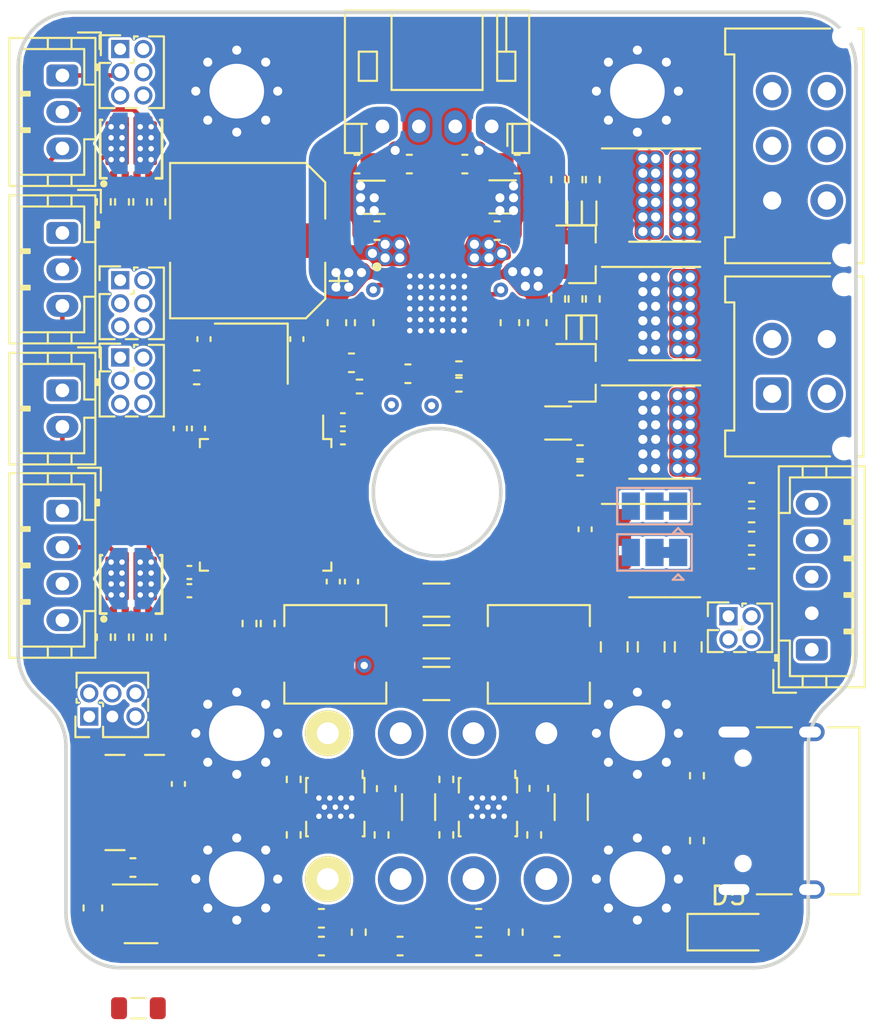
<source format=kicad_pcb>
(kicad_pcb (version 20171130) (host pcbnew "(5.1.10)-1")
  (layers (0 F.Cu signal) (1 In1.Cu signal hide) (2 In2.Cu signal) (31 B.Cu signal hide) (34 B.Paste user) (35 F.Paste user hide) (36 B.SilkS user hide) (37 F.SilkS user) (38 B.Mask user) (39 F.Mask user hide) (44 Edge.Cuts user))
  (net 0 "")
  (net 1 GND)
  (net 2 TOOL_ID)
  (net 3 FAN_1_V_OUT)
  (net 4 FAN_1_TACHO)
  (net 5 FAN_1_DRAIN)
  (net 6 FAN_2_V_OUT)
  (net 7 FAN_2_TACHO)
  (net 8 FAN_2_DRAIN)
  (net 9 LED_1_V_OUT)
  (net 10 LED_1_DRAIN)
  (net 11 HEATER_DRAIN)
  (net 12 STEP_1_B2)
  (net 13 STEP_1_B1)
  (net 14 STEP_1_A2)
  (net 15 STEP_1_A1)
  (net 16 IO_3_OUT)
  (net 17 IO_2_OUT)
  (net 18 IO_1_OUT)
  (net 19 "Net-(U1-Pad4)")
  (net 20 "Net-(IC1-Pad25)")
  (net 21 "Net-(IC1-Pad17)")
  (net 22 "Net-(IC1-Pad12)")
  (net 23 TMC_ENN)
  (net 24 TMC_DIR)
  (net 25 TMC_DIAG)
  (net 26 TMC_UART_RX)
  (net 27 TMC_STEP)
  (net 28 "Net-(Q3-Pad2)")
  (net 29 "Net-(Q3-Pad4)")
  (net 30 "Net-(Q4-Pad1)")
  (net 31 "Net-(Q5-Pad2)")
  (net 32 "Net-(Q6-Pad2)")
  (net 33 HEATER_GATE)
  (net 34 FAN_1_GATE)
  (net 35 FAN_2_GATE)
  (net 36 LED_1_GATE)
  (net 37 ADXL_SCL)
  (net 38 ADXL_SDI)
  (net 39 ADXL_SDO)
  (net 40 "Net-(U2-Pad11)")
  (net 41 "Net-(U2-Pad10)")
  (net 42 ADXL_INT1)
  (net 43 ADXL_CS)
  (net 44 "Net-(U2-Pad3)")
  (net 45 "Net-(D1-Pad2)")
  (net 46 "Net-(D1-Pad1)")
  (net 47 "Net-(D2-Pad2)")
  (net 48 "Net-(D2-Pad1)")
  (net 49 "Net-(D3-Pad2)")
  (net 50 DOCK_GND)
  (net 51 "Net-(D4-Pad1)")
  (net 52 THERM_1_PIN)
  (net 53 "Net-(U3-Pad8)")
  (net 54 "Net-(U4-Pad8)")
  (net 55 "Net-(C9-Pad2)")
  (net 56 "Net-(C10-Pad1)")
  (net 57 "Net-(C11-Pad2)")
  (net 58 "Net-(C12-Pad1)")
  (net 59 "Net-(C13-Pad1)")
  (net 60 "Net-(C14-Pad1)")
  (net 61 "Net-(C22-Pad1)")
  (net 62 "Net-(C23-Pad2)")
  (net 63 "Net-(C23-Pad1)")
  (net 64 "Net-(C24-Pad1)")
  (net 65 TMC_BRB)
  (net 66 TMC_BRA)
  (net 67 "Net-(J13-Pad3)")
  (net 68 "Net-(J13-Pad1)")
  (net 69 "Net-(J14-PadB8)")
  (net 70 "Net-(J14-PadA5)")
  (net 71 "Net-(J14-PadA8)")
  (net 72 "Net-(J14-PadB5)")
  (net 73 "Net-(Q5-Pad4)")
  (net 74 "Net-(Q7-Pad2)")
  (net 75 "Net-(R24-Pad2)")
  (net 76 "Net-(R25-Pad2)")
  (net 77 "Net-(R26-Pad2)")
  (net 78 "Net-(R28-Pad2)")
  (net 79 "Net-(U2-Pad43)")
  (net 80 "Net-(U2-Pad42)")
  (net 81 "Net-(U2-Pad41)")
  (net 82 "Net-(U2-Pad40)")
  (net 83 "Net-(U2-Pad38)")
  (net 84 "Net-(U2-Pad29)")
  (net 85 "Net-(U2-Pad28)")
  (net 86 "Net-(U2-Pad27)")
  (net 87 "Net-(U2-Pad26)")
  (net 88 "Net-(U2-Pad25)")
  (net 89 "Net-(U2-Pad20)")
  (net 90 "Net-(U2-Pad18)")
  (net 91 "Net-(U2-Pad17)")
  (net 92 "Net-(U2-Pad16)")
  (net 93 "Net-(U2-Pad15)")
  (net 94 "Net-(U2-Pad14)")
  (net 95 "Net-(U2-Pad4)")
  (net 96 "Net-(U2-Pad2)")
  (net 97 "Net-(U5-Pad11)")
  (net 98 "Net-(U5-Pad10)")
  (net 99 "Net-(U5-Pad9)")
  (net 100 "Net-(U5-Pad3)")
  (net 101 "Net-(D5-Pad2)")
  (net 102 THERM_1_OUT)
  (net 103 TOOL_DATA_L)
  (net 104 TOOL_DATA_H)
  (net 105 HOST_USB_D+)
  (net 106 HOST_USB_D-)
  (net 107 HOST_USB_DRAIN)
  (net 108 USB_D-)
  (net 109 USB_D+)
  (net 110 "Net-(J3-Pad2)")
  (net 111 "Net-(R35-Pad2)")
  (net 112 "Net-(R36-Pad2)")
  (net 113 CAN_TX)
  (net 114 CAN_RX)
  (net 115 USART_1_RX)
  (net 116 USART_1_TX)
  (net 117 USART_3_RX)
  (net 118 USART_3_TX)
  (net 119 USART_2_RX)
  (net 120 USART_2_TX)
  (net 121 TMC_UART_TX)
  (net 122 CAN_H)
  (net 123 CAN_L)
  (net 124 "Net-(C9-Pad1)")
  (net 125 "Net-(C11-Pad1)")
  (net 126 VDC)
  (net 127 +5V)
  (net 128 +3V3)
  (net 129 +12V)
  (net 130 +3.3VA)
  (net 131 DOCK_VDC)
  (net 132 DEBUG_SWO)
  (net 133 DEBUG_SWCLK)
  (net 134 DEBUG_SWDIO)
  (net 135 BOOT_0)
  (net 136 BOOT_1)
  (net 137 NRST)
  (net 138 HSE_OSC_OUT)
  (net 139 HSE_OSC_IN)
  (net 140 HOST_USB_GATE)
  (net 141 "Net-(C43-Pad1)")
  (module ToolChanger:JST_PH_S4B-PH-K_1x04_P2.00mm_Horizontal (layer F.Cu) (at 103 79.934 180)
    (fp_text reference J15 hide)
    (fp_text value STEPPER)
    (pad 4 thru_hole oval (at 6 0 180) (size 1.2 1.75) (drill 0.75) (layers *.Cu *.Mask) (net 12 STEP_1_B2))
    (pad 3 thru_hole oval (at 4 0 180) (size 1.2 1.75) (drill 0.75) (layers *.Cu *.Mask) (net 13 STEP_1_B1))
    (pad 2 thru_hole oval (at 2 0 180) (size 1.2 1.75) (drill 0.75) (layers *.Cu *.Mask) (net 15 STEP_1_A1))
    (pad 1 thru_hole oval (at 0 0 180) (size 1.2 1.75) (drill 0.75) (layers *.Cu *.Mask) (net 14 STEP_1_A2))
  )
  (module Resistor_SMD:R_0402_1005Metric (layer F.Cu) (at 86.8 93.7)
    (fp_text reference R37 hide)
    (fp_text value R_Small)
    (pad 2 smd roundrect (at 0.51 0) (size 0.54 0.64) (layers F.Cu F.Paste F.Mask) (net 138 HSE_OSC_OUT))
    (pad 1 smd roundrect (at -0.51 0) (size 0.54 0.64) (layers F.Cu F.Paste F.Mask) (net 141 "Net-(C43-Pad1)"))
  )
  (module Capacitor_SMD:C_0402_1005Metric (layer F.Cu) (at 87.2 91.6 90)
    (fp_text reference C43 hide)
    (fp_text value C_Small)
    (pad 2 smd roundrect (at 0.48 0 90) (size 0.56 0.62) (layers F.Cu F.Paste F.Mask) (net 1 GND))
    (pad 1 smd roundrect (at -0.48 0 90) (size 0.56 0.62) (layers F.Cu F.Paste F.Mask) (net 141 "Net-(C43-Pad1)"))
  )
  (module Capacitor_SMD:C_0402_1005Metric (layer F.Cu) (at 92.3 91.6 270)
    (fp_text reference C42 hide)
    (fp_text value C_Small)
    (pad 2 smd roundrect (at 0.48 0 270) (size 0.56 0.62) (layers F.Cu F.Paste F.Mask) (net 1 GND))
    (pad 1 smd roundrect (at -0.48 0 270) (size 0.56 0.62) (layers F.Cu F.Paste F.Mask) (net 139 HSE_OSC_IN))
  )
  (module Crystal:Crystal_SMD_3225-4Pin_3.2x2.5mm (layer F.Cu) (at 89.8 92.4 180)
    (fp_text reference HSE1 hide)
    (fp_text value 8MHz)
    (pad 4 smd rect (at -1.1 -0.85 180) (size 1.4 1.2) (layers F.Cu F.Paste F.Mask) (net 1 GND))
    (pad 3 smd rect (at 1.1 -0.85 180) (size 1.4 1.2) (layers F.Cu F.Paste F.Mask) (net 141 "Net-(C43-Pad1)"))
    (pad 2 smd rect (at 1.1 0.85 180) (size 1.4 1.2) (layers F.Cu F.Paste F.Mask) (net 1 GND))
    (pad 1 smd rect (at -1.1 0.85 180) (size 1.4 1.2) (layers F.Cu F.Paste F.Mask) (net 139 HSE_OSC_IN))
  )
  (module Inductor_SMD:L_0805_2012Metric (layer F.Cu) (at 83.6 128.3)
    (fp_text reference L3 hide)
    (fp_text value "10uH 15mA")
    (pad 2 smd roundrect (at 1.0625 0) (size 0.875 1.2) (layers F.Cu F.Paste F.Mask) (net 130 +3.3VA))
    (pad 1 smd roundrect (at -1.0625 0) (size 0.875 1.2) (layers F.Cu F.Paste F.Mask) (net 128 +3V3))
  )
  (module Capacitor_SMD:C_0402_1005Metric (layer F.Cu) (at 85.9 96.5 90)
    (fp_text reference C45 hide)
    (fp_text value 1uF)
    (pad 2 smd roundrect (at 0.48 0 90) (size 0.56 0.62) (layers F.Cu F.Paste F.Mask) (net 1 GND))
    (pad 1 smd roundrect (at -0.48 0 90) (size 0.56 0.62) (layers F.Cu F.Paste F.Mask) (net 130 +3.3VA))
  )
  (module Capacitor_SMD:C_0402_1005Metric (layer F.Cu) (at 86.898 96.5 90)
    (fp_text reference C44 hide)
    (fp_text value 10nF)
    (pad 2 smd roundrect (at 0.48 0 90) (size 0.56 0.62) (layers F.Cu F.Paste F.Mask) (net 1 GND))
    (pad 1 smd roundrect (at -0.48 0 90) (size 0.56 0.62) (layers F.Cu F.Paste F.Mask) (net 130 +3.3VA))
  )
  (module Capacitor_SMD:C_0402_1005Metric (layer F.Cu) (at 94.828024 97.015097 180)
    (fp_text reference C40 hide)
    (fp_text value "4.7uF 10V")
    (pad 2 smd roundrect (at 0.48 0 180) (size 0.56 0.62) (layers F.Cu F.Paste F.Mask) (net 128 +3V3))
    (pad 1 smd roundrect (at -0.48 0 180) (size 0.56 0.62) (layers F.Cu F.Paste F.Mask) (net 1 GND))
  )
  (module Capacitor_SMD:C_0603_1608Metric (layer F.Cu) (at 117.272 100)
    (fp_text reference C2 hide)
    (fp_text value "0.1uF 16V")
    (pad 2 smd roundrect (at 0.775 0) (size 0.9 0.95) (layers F.Cu F.Paste F.Mask) (net 1 GND))
    (pad 1 smd roundrect (at -0.775 0) (size 0.9 0.95) (layers F.Cu F.Paste F.Mask) (net 102 THERM_1_OUT))
  )
  (module Capacitor_SMD:C_0603_1608Metric (layer F.Cu) (at 104.4 82 180)
    (fp_text reference C41 hide)
    (fp_text value "0.1uF 16V")
    (pad 2 smd roundrect (at 0.775 0 180) (size 0.9 0.95) (layers F.Cu F.Paste F.Mask) (net 66 TMC_BRA))
    (pad 1 smd roundrect (at -0.775 0 180) (size 0.9 0.95) (layers F.Cu F.Paste F.Mask) (net 1 GND))
  )
  (module Capacitor_SMD:C_0402_1005Metric (layer F.Cu) (at 94.3 104.9 90)
    (fp_text reference C39 hide)
    (fp_text value "0.1uF 16V")
    (pad 2 smd roundrect (at 0.48 0 90) (size 0.56 0.62) (layers F.Cu F.Paste F.Mask) (net 128 +3V3))
    (pad 1 smd roundrect (at -0.48 0 90) (size 0.56 0.62) (layers F.Cu F.Paste F.Mask) (net 1 GND))
  )
  (module Capacitor_SMD:C_0402_1005Metric (layer F.Cu) (at 94.828024 96.025148 180)
    (fp_text reference C38 hide)
    (fp_text value "0.1uF 16V")
    (pad 2 smd roundrect (at 0.48 0 180) (size 0.56 0.62) (layers F.Cu F.Paste F.Mask) (net 128 +3V3))
    (pad 1 smd roundrect (at -0.48 0 180) (size 0.56 0.62) (layers F.Cu F.Paste F.Mask) (net 1 GND))
  )
  (module Capacitor_SMD:C_0402_1005Metric (layer F.Cu) (at 86.4 105.4)
    (fp_text reference C37 hide)
    (fp_text value "0.1uF 16V")
    (pad 2 smd roundrect (at 0.48 0) (size 0.56 0.62) (layers F.Cu F.Paste F.Mask) (net 128 +3V3))
    (pad 1 smd roundrect (at -0.48 0) (size 0.56 0.62) (layers F.Cu F.Paste F.Mask) (net 1 GND))
  )
  (module Capacitor_SMD:C_0402_1005Metric (layer F.Cu) (at 95.3 104.9 90)
    (fp_text reference C36 hide)
    (fp_text value "0.1uF 16V")
    (pad 2 smd roundrect (at 0.48 0 90) (size 0.56 0.62) (layers F.Cu F.Paste F.Mask) (net 128 +3V3))
    (pad 1 smd roundrect (at -0.48 0 90) (size 0.56 0.62) (layers F.Cu F.Paste F.Mask) (net 1 GND))
  )
  (module Capacitor_SMD:C_0402_1005Metric (layer F.Cu) (at 86.4 104.4)
    (fp_text reference C33 hide)
    (fp_text value "0.1uF 16V")
    (pad 2 smd roundrect (at 0.48 0) (size 0.56 0.62) (layers F.Cu F.Paste F.Mask) (net 128 +3V3))
    (pad 1 smd roundrect (at -0.48 0) (size 0.56 0.62) (layers F.Cu F.Paste F.Mask) (net 1 GND))
  )
  (module Capacitor_SMD:C_1206_3216Metric (layer F.Cu) (at 106.65 96.2)
    (fp_text reference C1 hide)
    (fp_text value "10uF 50V")
    (pad 2 smd roundrect (at 1.475 0) (size 1.15 1.8) (layers F.Cu F.Paste F.Mask) (roundrect_rratio 0.217391) (net 1 GND))
    (pad 1 smd roundrect (at -1.475 0) (size 1.15 1.8) (layers F.Cu F.Paste F.Mask) (roundrect_rratio 0.217391) (net 126 VDC))
  )
  (module ToolChanger:tmc_2209_package (layer F.Cu) (at 100 89.64)
    (fp_text reference IC1 hide)
    (fp_text value TMC2209-LA)
    (pad 29 thru_hole circle (at -0.9 0.3) (size 0.55 0.55) (drill 0.3) (layers *.Cu) (net 1 GND))
    (pad 29 thru_hole circle (at -0.9 0.9) (size 0.55 0.55) (drill 0.3) (layers *.Cu) (net 1 GND))
    (pad 29 thru_hole circle (at -0.3 0.9) (size 0.55 0.55) (drill 0.3) (layers *.Cu) (net 1 GND))
    (pad 29 thru_hole circle (at -0.3 0.3) (size 0.55 0.55) (drill 0.3) (layers *.Cu) (net 1 GND))
    (pad 29 thru_hole circle (at 0.3 0.3) (size 0.55 0.55) (drill 0.3) (layers *.Cu) (net 1 GND))
    (pad 29 thru_hole circle (at 0.3 0.9) (size 0.55 0.55) (drill 0.3) (layers *.Cu) (net 1 GND))
    (pad 29 thru_hole circle (at 0.9 0.9) (size 0.55 0.55) (drill 0.3) (layers *.Cu) (net 1 GND))
    (pad 29 thru_hole circle (at 0.9 0.3) (size 0.55 0.55) (drill 0.3) (layers *.Cu) (net 1 GND))
    (pad 29 thru_hole circle (at 0.9 -0.3) (size 0.55 0.55) (drill 0.3) (layers *.Cu) (net 1 GND))
    (pad 29 thru_hole circle (at 0.3 -0.3) (size 0.55 0.55) (drill 0.3) (layers *.Cu) (net 1 GND))
    (pad 29 thru_hole circle (at -0.3 -0.3) (size 0.55 0.55) (drill 0.3) (layers *.Cu) (net 1 GND))
    (pad 29 thru_hole circle (at -0.9 -0.3) (size 0.55 0.55) (drill 0.3) (layers *.Cu) (net 1 GND))
    (pad 29 thru_hole circle (at -0.3 -0.9) (size 0.55 0.55) (drill 0.3) (layers *.Cu) (net 1 GND))
    (pad 29 thru_hole circle (at 0.3 -0.9) (size 0.55 0.55) (drill 0.3) (layers *.Cu) (net 1 GND))
    (pad 29 thru_hole circle (at 0.9 -0.9) (size 0.55 0.55) (drill 0.3) (layers *.Cu) (net 1 GND))
    (pad 29 thru_hole circle (at 1.5 -0.9) (size 0.55 0.55) (drill 0.3) (layers *.Cu) (net 1 GND))
    (pad 29 thru_hole circle (at 1.5 -0.3) (size 0.55 0.55) (drill 0.3) (layers *.Cu) (net 1 GND))
    (pad 29 thru_hole circle (at 1.5 0.3) (size 0.55 0.55) (drill 0.3) (layers *.Cu) (net 1 GND))
    (pad 29 thru_hole circle (at 1.5 0.9) (size 0.55 0.55) (drill 0.3) (layers *.Cu) (net 1 GND))
    (pad 29 thru_hole circle (at 1.5 1.5) (size 0.55 0.55) (drill 0.3) (layers *.Cu) (net 1 GND))
    (pad 29 thru_hole circle (at 0.9 1.5) (size 0.55 0.55) (drill 0.3) (layers *.Cu) (net 1 GND))
    (pad 29 thru_hole circle (at 0.3 1.5) (size 0.55 0.55) (drill 0.3) (layers *.Cu) (net 1 GND))
    (pad 29 thru_hole circle (at -0.3 1.5) (size 0.55 0.55) (drill 0.3) (layers *.Cu) (net 1 GND))
    (pad 29 thru_hole circle (at -0.9 1.5) (size 0.55 0.55) (drill 0.3) (layers *.Cu) (net 1 GND))
    (pad 29 thru_hole circle (at -1.5 1.5) (size 0.55 0.55) (drill 0.3) (layers *.Cu) (net 1 GND))
    (pad 29 thru_hole circle (at -1.5 0.9) (size 0.55 0.55) (drill 0.3) (layers *.Cu) (net 1 GND))
    (pad 29 thru_hole circle (at -1.5 0.3) (size 0.55 0.55) (drill 0.3) (layers *.Cu) (net 1 GND))
    (pad 29 thru_hole circle (at -1.5 -0.3) (size 0.55 0.55) (drill 0.3) (layers *.Cu) (net 1 GND))
    (pad 29 thru_hole circle (at -0.9 -0.9) (size 0.55 0.55) (drill 0.3) (layers *.Cu) (net 1 GND))
    (pad 29 thru_hole circle (at -1.5 -0.9) (size 0.55 0.55) (drill 0.3) (layers *.Cu) (net 1 GND))
    (pad 29 thru_hole circle (at 1.5 -1.5) (size 0.55 0.55) (drill 0.3) (layers *.Cu) (net 1 GND))
    (pad 29 thru_hole circle (at 0.9 -1.5) (size 0.55 0.55) (drill 0.3) (layers *.Cu) (net 1 GND))
    (pad 29 thru_hole circle (at 0.3 -1.5) (size 0.55 0.55) (drill 0.3) (layers *.Cu) (net 1 GND))
    (pad 29 thru_hole circle (at -0.3 -1.5) (size 0.55 0.55) (drill 0.3) (layers *.Cu) (net 1 GND))
    (pad 29 thru_hole circle (at -0.9 -1.5) (size 0.55 0.55) (drill 0.3) (layers *.Cu) (net 1 GND))
    (pad 29 thru_hole circle (at -1.5 -1.5) (size 0.55 0.55) (drill 0.3) (layers *.Cu) (net 1 GND))
    (pad 29 smd roundrect (at 0 0) (size 4 4) (layers B.Cu) (roundrect_rratio 0.05) (net 1 GND))
    (pad 3 smd roundrect (at -2.5 -0.5 90) (size 0.3 0.8) (layers F.Cu F.Paste F.Mask) (net 1 GND) (clearance 0.2))
    (pad 18 smd roundrect (at 2.5 0 90) (size 0.3 0.8) (layers F.Cu F.Paste F.Mask) (net 1 GND) (clearance 0.2))
    (pad 25 smd roundrect (at 0 -2.5) (size 0.3 0.8) (layers F.Cu F.Paste F.Mask) (net 20 "Net-(IC1-Pad25)") (clearance 0.2))
    (pad 6 smd roundrect (at -2.5 1 90) (size 0.3 0.8) (layers F.Cu F.Paste F.Mask) (net 64 "Net-(C24-Pad1)") (clearance 0.2))
    (pad 17 smd roundrect (at 2.5 0.5 90) (size 0.3 0.8) (layers F.Cu F.Paste F.Mask) (net 21 "Net-(IC1-Pad17)") (clearance 0.2))
    (pad 20 smd roundrect (at 2.5 -1 90) (size 0.3 0.8) (layers F.Cu F.Paste F.Mask) (net 1 GND) (clearance 0.2))
    (pad 1 smd roundrect (at -2.5 -1.5 90) (size 0.3 0.8) (layers F.Cu F.Paste F.Mask) (net 12 STEP_1_B2) (clearance 0.2))
    (pad 5 smd roundrect (at -2.5 0.5 90) (size 0.3 0.8) (layers F.Cu F.Paste F.Mask) (net 63 "Net-(C23-Pad1)") (clearance 0.2))
    (pad 7 smd roundrect (at -2.5 1.5 90) (size 0.3 0.8) (layers F.Cu F.Paste F.Mask) (net 1 GND) (clearance 0.2))
    (pad 12 smd roundrect (at 0.5 2.5) (size 0.3 0.8) (layers F.Cu F.Paste F.Mask) (net 22 "Net-(IC1-Pad12)") (clearance 0.2))
    (pad 2 smd roundrect (at -2.5 -1 90) (size 0.3 0.8) (layers F.Cu F.Paste F.Mask) (net 23 TMC_ENN) (clearance 0.2))
    (pad 15 smd roundrect (at 2.5 1.5 90) (size 0.3 0.8) (layers F.Cu F.Paste F.Mask) (net 128 +3V3) (clearance 0.2))
    (pad 27 smd roundrect (at -1 -2.5) (size 0.3 0.8) (layers F.Cu F.Paste F.Mask) (net 65 TMC_BRB) (clearance 0.2))
    (pad 19 smd roundrect (at 2.5 -0.5 90) (size 0.3 0.8) (layers F.Cu F.Paste F.Mask) (net 24 TMC_DIR) (clearance 0.2))
    (pad 11 smd roundrect (at 0 2.5) (size 0.3 0.8) (layers F.Cu F.Paste F.Mask) (net 25 TMC_DIAG) (clearance 0.2))
    (pad 10 smd roundrect (at -0.5 2.5) (size 0.3 0.8) (layers F.Cu F.Paste F.Mask) (net 1 GND) (clearance 0.2))
    (pad 14 smd roundrect (at 1.5 2.5) (size 0.3 0.8) (layers F.Cu F.Paste F.Mask) (net 26 TMC_UART_RX) (clearance 0.2))
    (pad 24 smd roundrect (at 0.5 -2.5) (size 0.3 0.8) (layers F.Cu F.Paste F.Mask) (net 15 STEP_1_A1) (clearance 0.2))
    (pad 26 smd roundrect (at -0.5 -2.5) (size 0.3 0.8) (layers F.Cu F.Paste F.Mask) (net 13 STEP_1_B1) (clearance 0.2))
    (pad 4 smd roundrect (at -2.5 0 90) (size 0.3 0.8) (layers F.Cu F.Paste F.Mask) (net 62 "Net-(C23-Pad2)") (clearance 0.2))
    (pad 13 smd roundrect (at 1 2.5) (size 0.3 0.8) (layers F.Cu F.Paste F.Mask) (net 1 GND) (clearance 0.2))
    (pad 9 smd roundrect (at -1 2.5) (size 0.3 0.8) (layers F.Cu F.Paste F.Mask) (net 1 GND) (clearance 0.2))
    (pad 8 smd roundrect (at -1.5 2.5) (size 0.3 0.8) (layers F.Cu F.Paste F.Mask) (net 61 "Net-(C22-Pad1)") (clearance 0.2))
    (pad 23 smd roundrect (at 1 -2.5) (size 0.3 0.8) (layers F.Cu F.Paste F.Mask) (net 66 TMC_BRA) (clearance 0.2))
    (pad 28 smd roundrect (at -1.5 -2.5) (size 0.3 0.8) (layers F.Cu F.Paste F.Mask) (net 126 VDC) (clearance 0.2))
    (pad 16 smd roundrect (at 2.5 1 90) (size 0.3 0.8) (layers F.Cu F.Paste F.Mask) (net 27 TMC_STEP) (clearance 0.2))
    (pad 21 smd roundrect (at 2.5 -1.5 90) (size 0.3 0.8) (layers F.Cu F.Paste F.Mask) (net 14 STEP_1_A2) (clearance 0.2))
    (pad 22 smd roundrect (at 1.5 -2.5) (size 0.3 0.8) (layers F.Cu F.Paste F.Mask) (net 126 VDC) (clearance 0.2))
    (pad 29 smd roundrect (at 0 0) (size 3.8 3.8) (layers F.Cu F.Mask) (roundrect_rratio 0.026) (net 1 GND))
  )
  (module Jumper:SolderJumper-3_P1.3mm_Bridged12_Pad1.0x1.5mm (layer B.Cu) (at 111.938 103.302 180)
    (fp_text reference JP2 hide)
    (fp_text value "DATA_L JUMPER" hide)
    (fp_poly (pts (xy -0.9 0.3) (xy -0.4 0.3) (xy -0.4 -0.3) (xy -0.9 -0.3)) (layer B.Cu) (width 0))
    (pad 2 smd rect (at 0 0 180) (size 1 1.5) (layers B.Cu B.Mask) (net 103 TOOL_DATA_L))
    (pad 3 smd rect (at 1.3 0 180) (size 1 1.5) (layers B.Cu B.Mask) (net 108 USB_D-))
    (pad 1 smd rect (at -1.3 0 180) (size 1 1.5) (layers B.Cu B.Mask) (net 123 CAN_L))
  )
  (module Jumper:SolderJumper-3_P1.3mm_Bridged12_Pad1.0x1.5mm (layer B.Cu) (at 111.938 100.762 180)
    (fp_text reference JP1 hide)
    (fp_text value "DATA_H JUMPER" hide)
    (fp_poly (pts (xy -0.9 0.3) (xy -0.4 0.3) (xy -0.4 -0.3) (xy -0.9 -0.3)) (layer B.Cu) (width 0))
    (pad 2 smd rect (at 0 0 180) (size 1 1.5) (layers B.Cu B.Mask) (net 104 TOOL_DATA_H))
    (pad 3 smd rect (at 1.3 0 180) (size 1 1.5) (layers B.Cu B.Mask) (net 109 USB_D+))
    (pad 1 smd rect (at -1.3 0 180) (size 1 1.5) (layers B.Cu B.Mask) (net 122 CAN_H))
  )
  (module ToolChanger:VSON-10-1EP_3x3mm_P0.5mm_EP1.65x2.4mm_ThermalVias (layer F.Cu) (at 102.794 117.272 270)
    (fp_text reference U4 hide)
    (fp_text value TPS54335ADRCR)
    (pad 11 thru_hole circle (at 0 0.6 270) (size 0.55 0.55) (drill 0.3) (layers *.Cu) (net 1 GND))
    (pad 11 thru_hole circle (at 0 0 270) (size 0.55 0.55) (drill 0.3) (layers *.Cu) (net 1 GND))
    (pad 11 thru_hole circle (at 0 -0.6 270) (size 0.55 0.55) (drill 0.3) (layers *.Cu) (net 1 GND))
    (pad 11 thru_hole circle (at 0.5 0.3 270) (size 0.55 0.55) (drill 0.3) (layers *.Cu) (net 1 GND))
    (pad 11 thru_hole circle (at 0.5 -0.3 270) (size 0.55 0.55) (drill 0.3) (layers *.Cu) (net 1 GND))
    (pad 11 thru_hole circle (at -0.5 0.3 270) (size 0.55 0.55) (drill 0.3) (layers *.Cu) (net 1 GND))
    (pad 11 thru_hole circle (at -0.5 -0.3 270) (size 0.55 0.55) (drill 0.3) (layers *.Cu) (net 1 GND))
    (pad 11 smd roundrect (at 0 0 270) (size 3 3) (layers B.Cu) (roundrect_rratio 0.05) (net 1 GND))
    (pad 11 thru_hole circle (at 0.5 0.9 270) (size 0.55 0.55) (drill 0.3) (layers *.Cu) (net 1 GND))
    (pad 11 thru_hole circle (at 0.5 -0.9 270) (size 0.55 0.55) (drill 0.3) (layers *.Cu) (net 1 GND))
    (pad 11 thru_hole circle (at -0.5 0.9 270) (size 0.55 0.55) (drill 0.3) (layers *.Cu) (net 1 GND))
    (pad 11 thru_hole circle (at -0.5 -0.9 270) (size 0.55 0.55) (drill 0.3) (layers *.Cu) (net 1 GND))
    (pad 11 smd roundrect (at 0.25 1.4 270) (size 0.28 0.7) (layers F.Cu F.Paste F.Mask) (net 1 GND))
    (pad 11 smd roundrect (at 0.25 -1.4 270) (size 0.28 0.7) (layers F.Cu F.Paste F.Mask) (net 1 GND))
    (pad 11 smd roundrect (at -0.25 1.4 270) (size 0.28 0.7) (layers F.Cu F.Paste F.Mask) (net 1 GND))
    (pad 11 smd roundrect (at -0.25 -1.4 270) (size 0.28 0.7) (layers F.Cu F.Paste F.Mask) (net 1 GND))
    (pad 11 smd roundrect (at 0 0 270) (size 1.65 2.5) (layers F.Cu F.Mask) (roundrect_rratio 0.05) (net 1 GND))
    (pad 10 smd roundrect (at 1.475 -1 270) (size 0.85 0.28) (layers F.Cu F.Paste F.Mask) (net 76 "Net-(R25-Pad2)"))
    (pad 9 smd roundrect (at 1.475 -0.5 270) (size 0.85 0.28) (layers F.Cu F.Paste F.Mask) (net 57 "Net-(C11-Pad2)"))
    (pad 8 smd roundrect (at 1.475 0 270) (size 0.85 0.28) (layers F.Cu F.Paste F.Mask) (net 54 "Net-(U4-Pad8)"))
    (pad 7 smd roundrect (at 1.475 0.5 270) (size 0.85 0.28) (layers F.Cu F.Paste F.Mask) (net 58 "Net-(C12-Pad1)"))
    (pad 6 smd roundrect (at 1.475 1 270) (size 0.85 0.28) (layers F.Cu F.Paste F.Mask) (net 78 "Net-(R28-Pad2)"))
    (pad 5 smd roundrect (at -1.475 1 270) (size 0.85 0.28) (layers F.Cu F.Paste F.Mask) (net 1 GND))
    (pad 4 smd roundrect (at -1.475 0.5 270) (size 0.85 0.28) (layers F.Cu F.Paste F.Mask) (net 1 GND))
    (pad 3 smd roundrect (at -1.475 0 270) (size 0.85 0.28) (layers F.Cu F.Paste F.Mask) (net 1 GND))
    (pad 2 smd roundrect (at -1.475 -0.5 270) (size 0.85 0.28) (layers F.Cu F.Paste F.Mask) (net 125 "Net-(C11-Pad1)"))
    (pad 1 smd roundrect (at -1.475 -1 270) (size 0.85 0.28) (layers F.Cu F.Paste F.Mask) (net 126 VDC))
  )
  (module ToolChanger:VSON-10-1EP_3x3mm_P0.5mm_EP1.65x2.4mm_ThermalVias (layer F.Cu) (at 94.412 117.272 270)
    (fp_text reference U3 hide)
    (fp_text value TPS54335ADRCR)
    (pad 11 thru_hole circle (at 0 0.6 270) (size 0.55 0.55) (drill 0.3) (layers *.Cu) (net 1 GND))
    (pad 11 thru_hole circle (at 0 0 270) (size 0.55 0.55) (drill 0.3) (layers *.Cu) (net 1 GND))
    (pad 11 thru_hole circle (at 0 -0.6 270) (size 0.55 0.55) (drill 0.3) (layers *.Cu) (net 1 GND))
    (pad 11 thru_hole circle (at 0.5 0.3 270) (size 0.55 0.55) (drill 0.3) (layers *.Cu) (net 1 GND))
    (pad 11 thru_hole circle (at 0.5 -0.3 270) (size 0.55 0.55) (drill 0.3) (layers *.Cu) (net 1 GND))
    (pad 11 thru_hole circle (at -0.5 0.3 270) (size 0.55 0.55) (drill 0.3) (layers *.Cu) (net 1 GND))
    (pad 11 thru_hole circle (at -0.5 -0.3 270) (size 0.55 0.55) (drill 0.3) (layers *.Cu) (net 1 GND))
    (pad 11 smd roundrect (at 0 0 270) (size 3 3) (layers B.Cu) (roundrect_rratio 0.05) (net 1 GND))
    (pad 11 thru_hole circle (at 0.5 0.9 270) (size 0.55 0.55) (drill 0.3) (layers *.Cu) (net 1 GND))
    (pad 11 thru_hole circle (at 0.5 -0.9 270) (size 0.55 0.55) (drill 0.3) (layers *.Cu) (net 1 GND))
    (pad 11 thru_hole circle (at -0.5 0.9 270) (size 0.55 0.55) (drill 0.3) (layers *.Cu) (net 1 GND))
    (pad 11 thru_hole circle (at -0.5 -0.9 270) (size 0.55 0.55) (drill 0.3) (layers *.Cu) (net 1 GND))
    (pad 11 smd roundrect (at 0.25 1.4 270) (size 0.28 0.7) (layers F.Cu F.Paste F.Mask) (net 1 GND))
    (pad 11 smd roundrect (at 0.25 -1.4 270) (size 0.28 0.7) (layers F.Cu F.Paste F.Mask) (net 1 GND))
    (pad 11 smd roundrect (at -0.25 1.4 270) (size 0.28 0.7) (layers F.Cu F.Paste F.Mask) (net 1 GND))
    (pad 11 smd roundrect (at -0.25 -1.4 270) (size 0.28 0.7) (layers F.Cu F.Paste F.Mask) (net 1 GND))
    (pad 11 smd roundrect (at 0 0 270) (size 1.65 2.5) (layers F.Cu F.Mask) (roundrect_rratio 0.05) (net 1 GND))
    (pad 10 smd roundrect (at 1.475 -1 270) (size 0.85 0.28) (layers F.Cu F.Paste F.Mask) (net 75 "Net-(R24-Pad2)"))
    (pad 9 smd roundrect (at 1.475 -0.5 270) (size 0.85 0.28) (layers F.Cu F.Paste F.Mask) (net 55 "Net-(C9-Pad2)"))
    (pad 8 smd roundrect (at 1.475 0 270) (size 0.85 0.28) (layers F.Cu F.Paste F.Mask) (net 53 "Net-(U3-Pad8)"))
    (pad 7 smd roundrect (at 1.475 0.5 270) (size 0.85 0.28) (layers F.Cu F.Paste F.Mask) (net 56 "Net-(C10-Pad1)"))
    (pad 6 smd roundrect (at 1.475 1 270) (size 0.85 0.28) (layers F.Cu F.Paste F.Mask) (net 77 "Net-(R26-Pad2)"))
    (pad 5 smd roundrect (at -1.475 1 270) (size 0.85 0.28) (layers F.Cu F.Paste F.Mask) (net 1 GND))
    (pad 4 smd roundrect (at -1.475 0.5 270) (size 0.85 0.28) (layers F.Cu F.Paste F.Mask) (net 1 GND))
    (pad 3 smd roundrect (at -1.475 0 270) (size 0.85 0.28) (layers F.Cu F.Paste F.Mask) (net 1 GND))
    (pad 2 smd roundrect (at -1.475 -0.5 270) (size 0.85 0.28) (layers F.Cu F.Paste F.Mask) (net 124 "Net-(C9-Pad1)"))
    (pad 1 smd roundrect (at -1.475 -1 270) (size 0.85 0.28) (layers F.Cu F.Paste F.Mask) (net 126 VDC))
  )
  (module Connector_JST:JST_PH_B4B-PH-K_1x04_P2.00mm_Vertical (layer F.Cu) (at 79.426 101.016 270)
    (fp_text reference J5 hide)
    (fp_text value USB_HOST)
    (pad 4 thru_hole oval (at 6 0 270) (size 1.2 1.75) (drill 0.75) (layers *.Cu *.Mask) (net 106 HOST_USB_D-))
    (pad 3 thru_hole oval (at 4 0 270) (size 1.2 1.75) (drill 0.75) (layers *.Cu *.Mask) (net 105 HOST_USB_D+))
    (pad 2 thru_hole oval (at 2 0 270) (size 1.2 1.75) (drill 0.75) (layers *.Cu *.Mask) (net 107 HOST_USB_DRAIN))
    (pad 1 thru_hole roundrect (at 0 0 270) (size 1.2 1.75) (drill 0.75) (layers *.Cu *.Mask) (roundrect_rratio 0.208333) (net 127 +5V))
  )
  (module Connector_JST:JST_PH_B2B-PH-K_1x02_P2.00mm_Vertical (layer F.Cu) (at 79.426 94.412 270)
    (fp_text reference J9 hide)
    (fp_text value LED)
    (pad 2 thru_hole oval (at 2 0 270) (size 1.2 1.75) (drill 0.75) (layers *.Cu *.Mask) (net 10 LED_1_DRAIN))
    (pad 1 thru_hole roundrect (at 0 0 270) (size 1.2 1.75) (drill 0.75) (layers *.Cu *.Mask) (roundrect_rratio 0.208333) (net 9 LED_1_V_OUT))
  )
  (module Connector_JST:JST_PH_B5B-PH-K_1x05_P2.00mm_Vertical (layer F.Cu) (at 120.574 108.636 90)
    (fp_text reference J16 hide)
    (fp_text value IO)
    (pad 5 thru_hole oval (at 8 0 90) (size 1.2 1.75) (drill 0.75) (layers *.Cu *.Mask) (net 16 IO_3_OUT))
    (pad 4 thru_hole oval (at 6 0 90) (size 1.2 1.75) (drill 0.75) (layers *.Cu *.Mask) (net 17 IO_2_OUT))
    (pad 3 thru_hole oval (at 4 0 90) (size 1.2 1.75) (drill 0.75) (layers *.Cu *.Mask) (net 18 IO_1_OUT))
    (pad 2 thru_hole oval (at 2 0 90) (size 1.2 1.75) (drill 0.75) (layers *.Cu *.Mask) (net 1 GND))
    (pad 1 thru_hole roundrect (at 0 0 90) (size 1.2 1.75) (drill 0.75) (layers *.Cu *.Mask) (roundrect_rratio 0.208333) (net 127 +5V))
  )
  (module Connector_JST:JST_PH_B3B-PH-K_1x03_P2.00mm_Vertical (layer F.Cu) (at 79.426 85.776 270)
    (fp_text reference J8 hide)
    (fp_text value FAN_02)
    (pad 3 thru_hole oval (at 4 0 270) (size 1.2 1.75) (drill 0.75) (layers *.Cu *.Mask) (net 7 FAN_2_TACHO))
    (pad 2 thru_hole oval (at 2 0 270) (size 1.2 1.75) (drill 0.75) (layers *.Cu *.Mask) (net 8 FAN_2_DRAIN))
    (pad 1 thru_hole roundrect (at 0 0 270) (size 1.2 1.75) (drill 0.75) (layers *.Cu *.Mask) (roundrect_rratio 0.208333) (net 6 FAN_2_V_OUT))
  )
  (module Connector_JST:JST_PH_B3B-PH-K_1x03_P2.00mm_Vertical (layer F.Cu) (at 79.426 77.14 270)
    (fp_text reference J7 hide)
    (fp_text value FAN_01)
    (pad 3 thru_hole oval (at 4 0 270) (size 1.2 1.75) (drill 0.75) (layers *.Cu *.Mask) (net 4 FAN_1_TACHO))
    (pad 2 thru_hole oval (at 2 0 270) (size 1.2 1.75) (drill 0.75) (layers *.Cu *.Mask) (net 5 FAN_1_DRAIN))
    (pad 1 thru_hole roundrect (at 0 0 270) (size 1.2 1.75) (drill 0.75) (layers *.Cu *.Mask) (roundrect_rratio 0.208333) (net 3 FAN_1_V_OUT))
  )
  (module ToolChanger:USB_C_Receptacle_XKB_U262-16XN-4BVC11 (layer F.Cu) (at 119.40588 117.47278 90)
    (fp_text reference J14 hide)
    (fp_text value 918-418K2023S40001)
    (pad A12 smd rect (at 3.35 -3.67 90) (size 0.3 1.15) (layers F.Cu F.Paste F.Mask) (net 1 GND))
    (pad A9 smd rect (at 2.55 -3.67 90) (size 0.3 1.15) (layers F.Cu F.Paste F.Mask) (net 101 "Net-(D5-Pad2)"))
    (pad B9 smd rect (at -2.25 -3.67 90) (size 0.3 1.15) (layers F.Cu F.Paste F.Mask) (net 101 "Net-(D5-Pad2)"))
    (pad B12 smd rect (at -3.05 -3.67 90) (size 0.3 1.15) (layers F.Cu F.Paste F.Mask) (net 1 GND))
    (pad A1 smd rect (at -3.35 -3.67 90) (size 0.3 1.15) (layers F.Cu F.Paste F.Mask) (net 1 GND))
    (pad A4 smd rect (at -2.55 -3.67 90) (size 0.3 1.15) (layers F.Cu F.Paste F.Mask) (net 101 "Net-(D5-Pad2)"))
    (pad B8 smd rect (at -1.75 -3.67 90) (size 0.3 1.15) (layers F.Cu F.Paste F.Mask) (net 69 "Net-(J14-PadB8)"))
    (pad A5 smd rect (at -1.25 -3.67 90) (size 0.3 1.15) (layers F.Cu F.Paste F.Mask) (net 70 "Net-(J14-PadA5)"))
    (pad B7 smd rect (at -0.75 -3.67 90) (size 0.3 1.15) (layers F.Cu F.Paste F.Mask) (net 108 USB_D-))
    (pad A6 smd rect (at -0.25 -3.67 90) (size 0.3 1.15) (layers F.Cu F.Paste F.Mask) (net 109 USB_D+))
    (pad A7 smd rect (at 0.25 -3.67 90) (size 0.3 1.15) (layers F.Cu F.Paste F.Mask) (net 108 USB_D-))
    (pad B6 smd rect (at 0.75 -3.67 90) (size 0.3 1.15) (layers F.Cu F.Paste F.Mask) (net 109 USB_D+))
    (pad A8 smd rect (at 1.25 -3.67 90) (size 0.3 1.15) (layers F.Cu F.Paste F.Mask) (net 71 "Net-(J14-PadA8)"))
    (pad B5 smd rect (at 1.75 -3.67 90) (size 0.3 1.15) (layers F.Cu F.Paste F.Mask) (net 72 "Net-(J14-PadB5)"))
    (pad B4 smd rect (at 2.25 -3.67 90) (size 0.3 1.15) (layers F.Cu F.Paste F.Mask) (net 101 "Net-(D5-Pad2)"))
    (pad B1 smd rect (at 3.05 -3.67 90) (size 0.3 1.15) (layers F.Cu F.Paste F.Mask) (net 1 GND))
    (pad "" np_thru_hole circle (at -2.89 -2.605 90) (size 0.65 0.65) (drill 0.65) (layers *.Cu *.Mask))
    (pad "" np_thru_hole circle (at 2.89 -2.605 90) (size 0.65 0.65) (drill 0.65) (layers *.Cu *.Mask))
    (pad S1 thru_hole oval (at 4.32 1.075 90) (size 1 1.6) (drill oval 0.6 1.2) (layers *.Cu *.Mask) (net 1 GND))
    (pad S1 thru_hole oval (at -4.32 1.075 90) (size 1 1.6) (drill oval 0.6 1.2) (layers *.Cu *.Mask) (net 1 GND))
    (pad S1 thru_hole oval (at 4.32 -3.105 90) (size 1 2.1) (drill oval 0.6 1.7) (layers *.Cu *.Mask) (net 1 GND))
    (pad S1 thru_hole oval (at -4.32 -3.105 90) (size 1 2.1) (drill oval 0.6 1.7) (layers *.Cu *.Mask) (net 1 GND))
  )
  (module Package_QFP:LQFP-48_7x7mm_P0.5mm (layer F.Cu) (at 90.585383 100.692053 270)
    (fp_text reference U2 hide)
    (fp_text value STM32F103C8Tx)
    (pad 48 smd roundrect (at -2.75 -4.1625 270) (size 0.3 1.475) (layers F.Cu F.Paste F.Mask) (net 128 +3V3))
    (pad 47 smd roundrect (at -2.25 -4.1625 270) (size 0.3 1.475) (layers F.Cu F.Paste F.Mask) (net 1 GND))
    (pad 46 smd roundrect (at -1.75 -4.1625 270) (size 0.3 1.475) (layers F.Cu F.Paste F.Mask) (net 113 CAN_TX))
    (pad 45 smd roundrect (at -1.25 -4.1625 270) (size 0.3 1.475) (layers F.Cu F.Paste F.Mask) (net 114 CAN_RX))
    (pad 44 smd roundrect (at -0.75 -4.1625 270) (size 0.3 1.475) (layers F.Cu F.Paste F.Mask) (net 135 BOOT_0))
    (pad 43 smd roundrect (at -0.25 -4.1625 270) (size 0.3 1.475) (layers F.Cu F.Paste F.Mask) (net 79 "Net-(U2-Pad43)"))
    (pad 42 smd roundrect (at 0.25 -4.1625 270) (size 0.3 1.475) (layers F.Cu F.Paste F.Mask) (net 80 "Net-(U2-Pad42)"))
    (pad 41 smd roundrect (at 0.75 -4.1625 270) (size 0.3 1.475) (layers F.Cu F.Paste F.Mask) (net 81 "Net-(U2-Pad41)"))
    (pad 40 smd roundrect (at 1.25 -4.1625 270) (size 0.3 1.475) (layers F.Cu F.Paste F.Mask) (net 82 "Net-(U2-Pad40)"))
    (pad 39 smd roundrect (at 1.75 -4.1625 270) (size 0.3 1.475) (layers F.Cu F.Paste F.Mask) (net 132 DEBUG_SWO))
    (pad 38 smd roundrect (at 2.25 -4.1625 270) (size 0.3 1.475) (layers F.Cu F.Paste F.Mask) (net 83 "Net-(U2-Pad38)"))
    (pad 37 smd roundrect (at 2.75 -4.1625 270) (size 0.3 1.475) (layers F.Cu F.Paste F.Mask) (net 133 DEBUG_SWCLK))
    (pad 36 smd roundrect (at 4.1625 -2.75 270) (size 1.475 0.3) (layers F.Cu F.Paste F.Mask) (net 128 +3V3))
    (pad 35 smd roundrect (at 4.1625 -2.25 270) (size 1.475 0.3) (layers F.Cu F.Paste F.Mask) (net 1 GND))
    (pad 34 smd roundrect (at 4.1625 -1.75 270) (size 1.475 0.3) (layers F.Cu F.Paste F.Mask) (net 134 DEBUG_SWDIO))
    (pad 33 smd roundrect (at 4.1625 -1.25 270) (size 1.475 0.3) (layers F.Cu F.Paste F.Mask) (net 112 "Net-(R36-Pad2)"))
    (pad 32 smd roundrect (at 4.1625 -0.75 270) (size 1.475 0.3) (layers F.Cu F.Paste F.Mask) (net 111 "Net-(R35-Pad2)"))
    (pad 31 smd roundrect (at 4.1625 -0.25 270) (size 1.475 0.3) (layers F.Cu F.Paste F.Mask) (net 115 USART_1_RX))
    (pad 30 smd roundrect (at 4.1625 0.25 270) (size 1.475 0.3) (layers F.Cu F.Paste F.Mask) (net 116 USART_1_TX))
    (pad 29 smd roundrect (at 4.1625 0.75 270) (size 1.475 0.3) (layers F.Cu F.Paste F.Mask) (net 84 "Net-(U2-Pad29)"))
    (pad 28 smd roundrect (at 4.1625 1.25 270) (size 1.475 0.3) (layers F.Cu F.Paste F.Mask) (net 85 "Net-(U2-Pad28)"))
    (pad 27 smd roundrect (at 4.1625 1.75 270) (size 1.475 0.3) (layers F.Cu F.Paste F.Mask) (net 86 "Net-(U2-Pad27)"))
    (pad 26 smd roundrect (at 4.1625 2.25 270) (size 1.475 0.3) (layers F.Cu F.Paste F.Mask) (net 87 "Net-(U2-Pad26)"))
    (pad 25 smd roundrect (at 4.1625 2.75 270) (size 1.475 0.3) (layers F.Cu F.Paste F.Mask) (net 88 "Net-(U2-Pad25)"))
    (pad 24 smd roundrect (at 2.75 4.1625 270) (size 0.3 1.475) (layers F.Cu F.Paste F.Mask) (net 128 +3V3))
    (pad 23 smd roundrect (at 2.25 4.1625 270) (size 0.3 1.475) (layers F.Cu F.Paste F.Mask) (net 1 GND))
    (pad 22 smd roundrect (at 1.75 4.1625 270) (size 0.3 1.475) (layers F.Cu F.Paste F.Mask) (net 117 USART_3_RX))
    (pad 21 smd roundrect (at 1.25 4.1625 270) (size 0.3 1.475) (layers F.Cu F.Paste F.Mask) (net 118 USART_3_TX))
    (pad 20 smd roundrect (at 0.75 4.1625 270) (size 0.3 1.475) (layers F.Cu F.Paste F.Mask) (net 89 "Net-(U2-Pad20)"))
    (pad 19 smd roundrect (at 0.25 4.1625 270) (size 0.3 1.475) (layers F.Cu F.Paste F.Mask) (net 136 BOOT_1))
    (pad 18 smd roundrect (at -0.25 4.1625 270) (size 0.3 1.475) (layers F.Cu F.Paste F.Mask) (net 90 "Net-(U2-Pad18)"))
    (pad 17 smd roundrect (at -0.75 4.1625 270) (size 0.3 1.475) (layers F.Cu F.Paste F.Mask) (net 91 "Net-(U2-Pad17)"))
    (pad 16 smd roundrect (at -1.25 4.1625 270) (size 0.3 1.475) (layers F.Cu F.Paste F.Mask) (net 92 "Net-(U2-Pad16)"))
    (pad 15 smd roundrect (at -1.75 4.1625 270) (size 0.3 1.475) (layers F.Cu F.Paste F.Mask) (net 93 "Net-(U2-Pad15)"))
    (pad 14 smd roundrect (at -2.25 4.1625 270) (size 0.3 1.475) (layers F.Cu F.Paste F.Mask) (net 94 "Net-(U2-Pad14)"))
    (pad 13 smd roundrect (at -2.75 4.1625 270) (size 0.3 1.475) (layers F.Cu F.Paste F.Mask) (net 119 USART_2_RX))
    (pad 12 smd roundrect (at -4.1625 2.75 270) (size 1.475 0.3) (layers F.Cu F.Paste F.Mask) (net 120 USART_2_TX))
    (pad 11 smd roundrect (at -4.1625 2.25 270) (size 1.475 0.3) (layers F.Cu F.Paste F.Mask) (net 40 "Net-(U2-Pad11)"))
    (pad 10 smd roundrect (at -4.1625 1.75 270) (size 1.475 0.3) (layers F.Cu F.Paste F.Mask) (net 41 "Net-(U2-Pad10)"))
    (pad 9 smd roundrect (at -4.1625 1.25 270) (size 1.475 0.3) (layers F.Cu F.Paste F.Mask) (net 130 +3.3VA))
    (pad 8 smd roundrect (at -4.1625 0.75 270) (size 1.475 0.3) (layers F.Cu F.Paste F.Mask) (net 1 GND))
    (pad 7 smd roundrect (at -4.1625 0.25 270) (size 1.475 0.3) (layers F.Cu F.Paste F.Mask) (net 137 NRST))
    (pad 6 smd roundrect (at -4.1625 -0.25 270) (size 1.475 0.3) (layers F.Cu F.Paste F.Mask) (net 138 HSE_OSC_OUT))
    (pad 5 smd roundrect (at -4.1625 -0.75 270) (size 1.475 0.3) (layers F.Cu F.Paste F.Mask) (net 139 HSE_OSC_IN))
    (pad 4 smd roundrect (at -4.1625 -1.25 270) (size 1.475 0.3) (layers F.Cu F.Paste F.Mask) (net 95 "Net-(U2-Pad4)"))
    (pad 3 smd roundrect (at -4.1625 -1.75 270) (size 1.475 0.3) (layers F.Cu F.Paste F.Mask) (net 44 "Net-(U2-Pad3)"))
    (pad 2 smd roundrect (at -4.1625 -2.25 270) (size 1.475 0.3) (layers F.Cu F.Paste F.Mask) (net 96 "Net-(U2-Pad2)"))
    (pad 1 smd roundrect (at -4.1625 -2.75 270) (size 1.475 0.3) (layers F.Cu F.Paste F.Mask) (net 128 +3V3))
  )
  (module ToolChanger:MillMax-858-10-004-10-012000 (layer B.Cu) (at 100 121.21662)
    (fp_text reference J4 hide)
    (fp_text value MillMax_004)
    (pad M2 thru_hole circle (at 8.75 0) (size 0.8 0.8) (drill 0.5) (layers *.Cu *.Mask) (net 1 GND))
    (pad M2 thru_hole circle (at 11 -2.25) (size 0.8 0.8) (drill 0.5) (layers *.Cu *.Mask) (net 1 GND))
    (pad M2 thru_hole circle (at 11 0) (size 6 6) (drill 3.05) (layers *.Cu *.Mask) (net 1 GND))
    (pad M2 thru_hole circle (at 11 2.25) (size 0.8 0.8) (drill 0.5) (layers *.Cu *.Mask) (net 1 GND))
    (pad M2 thru_hole circle (at 13.25 0) (size 0.8 0.8) (drill 0.5) (layers *.Cu *.Mask) (net 1 GND))
    (pad M2 thru_hole circle (at 9.40901 1.59099) (size 0.8 0.8) (drill 0.5) (layers *.Cu *.Mask) (net 1 GND))
    (pad M2 thru_hole circle (at 12.59099 -1.59099) (size 0.8 0.8) (drill 0.5) (layers *.Cu *.Mask) (net 1 GND))
    (pad M2 thru_hole circle (at 12.59099 1.59099) (size 0.8 0.8) (drill 0.5) (layers *.Cu *.Mask) (net 1 GND))
    (pad M2 thru_hole circle (at 9.40901 -1.59099) (size 0.8 0.8) (drill 0.5) (layers *.Cu *.Mask) (net 1 GND))
    (pad M1 thru_hole circle (at -12.59099 -1.59099) (size 0.8 0.8) (drill 0.5) (layers *.Cu *.Mask) (net 1 GND))
    (pad M1 thru_hole circle (at -9.40901 1.59099) (size 0.8 0.8) (drill 0.5) (layers *.Cu *.Mask) (net 1 GND))
    (pad M1 thru_hole circle (at -9.40901 -1.59099) (size 0.8 0.8) (drill 0.5) (layers *.Cu *.Mask) (net 1 GND))
    (pad M1 thru_hole circle (at -12.59099 1.59099) (size 0.8 0.8) (drill 0.5) (layers *.Cu *.Mask) (net 1 GND))
    (pad M1 thru_hole circle (at -8.75 0) (size 0.8 0.8) (drill 0.5) (layers *.Cu *.Mask) (net 1 GND))
    (pad M1 thru_hole circle (at -11 2.25) (size 0.8 0.8) (drill 0.5) (layers *.Cu *.Mask) (net 1 GND))
    (pad M1 thru_hole circle (at -13.25 0) (size 0.8 0.8) (drill 0.5) (layers *.Cu *.Mask) (net 1 GND))
    (pad M1 thru_hole circle (at -11 -2.25) (size 0.8 0.8) (drill 0.5) (layers *.Cu *.Mask) (net 1 GND))
    (pad M1 thru_hole circle (at -11 0) (size 6 6) (drill 3.05) (layers *.Cu *.Mask) (net 1 GND))
    (pad 4 thru_hole circle (at 6 0) (size 2.5 2.5) (drill 1.2) (layers *.Cu *.Mask) (net 103 TOOL_DATA_L))
    (pad 3 thru_hole circle (at 2 0) (size 2.5 2.5) (drill 1.2) (layers *.Cu *.Mask) (net 104 TOOL_DATA_H))
    (pad 2 thru_hole circle (at -2 0) (size 2.5 2.5) (drill 1.2) (layers *.Cu *.Mask) (net 105 HOST_USB_D+))
    (pad 1 thru_hole circle (at -6 0) (size 2.5 2.5) (drill 1.2) (layers *.Cu *.Mask F.SilkS) (net 106 HOST_USB_D-))
  )
  (module ToolChanger:MillMax-858-10-004-10-012000 (layer B.Cu) (at 100 113.21816)
    (fp_text reference J3 hide)
    (fp_text value MillMax_004)
    (pad M2 thru_hole circle (at 8.75 0) (size 0.8 0.8) (drill 0.5) (layers *.Cu *.Mask) (net 1 GND))
    (pad M2 thru_hole circle (at 11 -2.25) (size 0.8 0.8) (drill 0.5) (layers *.Cu *.Mask) (net 1 GND))
    (pad M2 thru_hole circle (at 11 0) (size 6 6) (drill 3.05) (layers *.Cu *.Mask) (net 1 GND))
    (pad M2 thru_hole circle (at 11 2.25) (size 0.8 0.8) (drill 0.5) (layers *.Cu *.Mask) (net 1 GND))
    (pad M2 thru_hole circle (at 13.25 0) (size 0.8 0.8) (drill 0.5) (layers *.Cu *.Mask) (net 1 GND))
    (pad M2 thru_hole circle (at 9.40901 1.59099) (size 0.8 0.8) (drill 0.5) (layers *.Cu *.Mask) (net 1 GND))
    (pad M2 thru_hole circle (at 12.59099 -1.59099) (size 0.8 0.8) (drill 0.5) (layers *.Cu *.Mask) (net 1 GND))
    (pad M2 thru_hole circle (at 12.59099 1.59099) (size 0.8 0.8) (drill 0.5) (layers *.Cu *.Mask) (net 1 GND))
    (pad M2 thru_hole circle (at 9.40901 -1.59099) (size 0.8 0.8) (drill 0.5) (layers *.Cu *.Mask) (net 1 GND))
    (pad M1 thru_hole circle (at -12.59099 -1.59099) (size 0.8 0.8) (drill 0.5) (layers *.Cu *.Mask) (net 1 GND))
    (pad M1 thru_hole circle (at -9.40901 1.59099) (size 0.8 0.8) (drill 0.5) (layers *.Cu *.Mask) (net 1 GND))
    (pad M1 thru_hole circle (at -9.40901 -1.59099) (size 0.8 0.8) (drill 0.5) (layers *.Cu *.Mask) (net 1 GND))
    (pad M1 thru_hole circle (at -12.59099 1.59099) (size 0.8 0.8) (drill 0.5) (layers *.Cu *.Mask) (net 1 GND))
    (pad M1 thru_hole circle (at -8.75 0) (size 0.8 0.8) (drill 0.5) (layers *.Cu *.Mask) (net 1 GND))
    (pad M1 thru_hole circle (at -11 2.25) (size 0.8 0.8) (drill 0.5) (layers *.Cu *.Mask) (net 1 GND))
    (pad M1 thru_hole circle (at -13.25 0) (size 0.8 0.8) (drill 0.5) (layers *.Cu *.Mask) (net 1 GND))
    (pad M1 thru_hole circle (at -11 -2.25) (size 0.8 0.8) (drill 0.5) (layers *.Cu *.Mask) (net 1 GND))
    (pad M1 thru_hole circle (at -11 0) (size 6 6) (drill 3.05) (layers *.Cu *.Mask) (net 1 GND))
    (pad 4 thru_hole circle (at 6 0) (size 2.5 2.5) (drill 1.2) (layers *.Cu *.Mask) (net 1 GND))
    (pad 3 thru_hole circle (at 2 0) (size 2.5 2.5) (drill 1.2) (layers *.Cu *.Mask) (net 126 VDC))
    (pad 2 thru_hole circle (at -2 0) (size 2.5 2.5) (drill 1.2) (layers *.Cu *.Mask) (net 110 "Net-(J3-Pad2)"))
    (pad 1 thru_hole circle (at -6 0) (size 2.5 2.5) (drill 1.2) (layers *.Cu *.Mask F.SilkS) (net 2 TOOL_ID))
  )
  (module ToolChanger:IRF9310PbF-1_SO-8 (layer F.Cu) (at 112.5 96.7)
    (fp_text reference Q4 hide)
    (fp_text value Q_NMOS_GSD)
    (pad 3 smd roundrect (at 2.6 -1.905) (size 1.5 0.75) (layers F.Cu F.Paste F.Mask) (net 11 HEATER_DRAIN))
    (pad 3 smd roundrect (at 2.6 -0.635) (size 1.5 0.75) (layers F.Cu F.Paste F.Mask) (net 11 HEATER_DRAIN))
    (pad 3 smd roundrect (at 2.6 0.635) (size 1.5 0.75) (layers F.Cu F.Paste F.Mask) (net 11 HEATER_DRAIN))
    (pad 3 smd roundrect (at 2.6 1.905) (size 1.5 0.75) (layers F.Cu F.Paste F.Mask) (net 11 HEATER_DRAIN))
    (pad 1 smd roundrect (at -2.6 1.905) (size 1.5 0.75) (layers F.Cu F.Paste F.Mask) (net 30 "Net-(Q4-Pad1)"))
    (pad 2 smd roundrect (at -2.6 0.635) (size 1.5 0.75) (layers F.Cu F.Paste F.Mask) (net 1 GND))
    (pad 2 smd roundrect (at -2.6 -0.635) (size 1.5 0.75) (layers F.Cu F.Paste F.Mask) (net 1 GND))
    (pad 2 smd roundrect (at -2.6 -1.905) (size 1.5 0.75) (layers F.Cu F.Paste F.Mask) (net 1 GND))
  )
  (module Package_TO_SOT_SMD:SOT-23 (layer F.Cu) (at 107.95 86.95)
    (fp_text reference Q7 hide)
    (fp_text value Q_NPN_BEC)
    (pad 3 smd rect (at 1 0) (size 0.9 0.8) (layers F.Cu F.Paste F.Mask) (net 46 "Net-(D1-Pad1)"))
    (pad 2 smd rect (at -1 0.95) (size 0.9 0.8) (layers F.Cu F.Paste F.Mask) (net 74 "Net-(Q7-Pad2)"))
    (pad 1 smd rect (at -1 -0.95) (size 0.9 0.8) (layers F.Cu F.Paste F.Mask) (net 51 "Net-(D4-Pad1)"))
  )
  (module Package_TO_SOT_SMD:SOT-23 (layer F.Cu) (at 107.95 93.45)
    (fp_text reference Q6 hide)
    (fp_text value Q_PNP_BEC)
    (pad 3 smd rect (at 1 0) (size 0.9 0.8) (layers F.Cu F.Paste F.Mask) (net 47 "Net-(D2-Pad2)"))
    (pad 2 smd rect (at -1 0.95) (size 0.9 0.8) (layers F.Cu F.Paste F.Mask) (net 32 "Net-(Q6-Pad2)"))
    (pad 1 smd rect (at -1 -0.95) (size 0.9 0.8) (layers F.Cu F.Paste F.Mask) (net 49 "Net-(D3-Pad2)"))
  )
  (module ToolChanger:IRF9310PbF-1_SO-8 (layer F.Cu) (at 112.5 90.2)
    (fp_text reference Q2 hide)
    (fp_text value Q_NMOS_GSD)
    (pad 3 smd roundrect (at 2.6 -1.905) (size 1.5 0.75) (layers F.Cu F.Paste F.Mask) (net 50 DOCK_GND))
    (pad 3 smd roundrect (at 2.6 -0.635) (size 1.5 0.75) (layers F.Cu F.Paste F.Mask) (net 50 DOCK_GND))
    (pad 3 smd roundrect (at 2.6 0.635) (size 1.5 0.75) (layers F.Cu F.Paste F.Mask) (net 50 DOCK_GND))
    (pad 3 smd roundrect (at 2.6 1.905) (size 1.5 0.75) (layers F.Cu F.Paste F.Mask) (net 50 DOCK_GND))
    (pad 1 smd roundrect (at -2.6 1.905) (size 1.5 0.75) (layers F.Cu F.Paste F.Mask) (net 47 "Net-(D2-Pad2)"))
    (pad 2 smd roundrect (at -2.6 0.635) (size 1.5 0.75) (layers F.Cu F.Paste F.Mask) (net 1 GND))
    (pad 2 smd roundrect (at -2.6 -0.635) (size 1.5 0.75) (layers F.Cu F.Paste F.Mask) (net 1 GND))
    (pad 2 smd roundrect (at -2.6 -1.905) (size 1.5 0.75) (layers F.Cu F.Paste F.Mask) (net 1 GND))
  )
  (module Resistor_SMD:R_0402_1005Metric (layer F.Cu) (at 114.27 115.548 270)
    (fp_text reference R3 hide)
    (fp_text value 5.12K)
    (pad 2 smd roundrect (at 0.51 0 270) (size 0.54 0.64) (layers F.Cu F.Paste F.Mask) (net 72 "Net-(J14-PadB5)"))
    (pad 1 smd roundrect (at -0.51 0 270) (size 0.54 0.64) (layers F.Cu F.Paste F.Mask) (net 1 GND))
  )
  (module Resistor_SMD:R_0402_1005Metric (layer F.Cu) (at 114.27 119.108 90)
    (fp_text reference R4 hide)
    (fp_text value 5.12K)
    (pad 2 smd roundrect (at 0.51 0 90) (size 0.54 0.64) (layers F.Cu F.Paste F.Mask) (net 70 "Net-(J14-PadA5)"))
    (pad 1 smd roundrect (at -0.51 0 90) (size 0.54 0.64) (layers F.Cu F.Paste F.Mask) (net 1 GND))
  )
  (module Resistor_SMD:R_0402_1005Metric (layer F.Cu) (at 82.7 84.074 270)
    (fp_text reference R9 hide)
    (fp_text value 100R)
    (pad 2 smd roundrect (at 0.51 0 270) (size 0.54 0.64) (layers F.Cu F.Paste F.Mask) (net 35 FAN_2_GATE))
    (pad 1 smd roundrect (at -0.51 0 270) (size 0.54 0.64) (layers F.Cu F.Paste F.Mask) (net 31 "Net-(Q5-Pad2)"))
  )
  (module Resistor_SMD:R_0402_1005Metric (layer F.Cu) (at 84.7 84.074 270)
    (fp_text reference R10 hide)
    (fp_text value 100R)
    (pad 2 smd roundrect (at 0.51 0 270) (size 0.54 0.64) (layers F.Cu F.Paste F.Mask) (net 34 FAN_1_GATE))
    (pad 1 smd roundrect (at -0.51 0 270) (size 0.54 0.64) (layers F.Cu F.Paste F.Mask) (net 73 "Net-(Q5-Pad4)"))
  )
  (module Resistor_SMD:R_0402_1005Metric (layer F.Cu) (at 82.7 107.95 270)
    (fp_text reference R7 hide)
    (fp_text value 100R)
    (pad 2 smd roundrect (at 0.51 0 270) (size 0.54 0.64) (layers F.Cu F.Paste F.Mask) (net 140 HOST_USB_GATE))
    (pad 1 smd roundrect (at -0.51 0 270) (size 0.54 0.64) (layers F.Cu F.Paste F.Mask) (net 28 "Net-(Q3-Pad2)"))
  )
  (module Resistor_SMD:R_0402_1005Metric (layer F.Cu) (at 84.7 107.95 270)
    (fp_text reference R8 hide)
    (fp_text value 100R)
    (pad 2 smd roundrect (at 0.51 0 270) (size 0.54 0.64) (layers F.Cu F.Paste F.Mask) (net 36 LED_1_GATE))
    (pad 1 smd roundrect (at -0.51 0 270) (size 0.54 0.64) (layers F.Cu F.Paste F.Mask) (net 29 "Net-(Q3-Pad4)"))
  )
  (module Resistor_SMD:R_0402_1005Metric (layer F.Cu) (at 81.7 84.074 270)
    (fp_text reference R14 hide)
    (fp_text value 10K)
    (pad 2 smd roundrect (at 0.51 0 270) (size 0.54 0.64) (layers F.Cu F.Paste F.Mask) (net 35 FAN_2_GATE))
    (pad 1 smd roundrect (at -0.51 0 270) (size 0.54 0.64) (layers F.Cu F.Paste F.Mask) (net 1 GND))
  )
  (module Resistor_SMD:R_0402_1005Metric (layer F.Cu) (at 83.7 84.074 270)
    (fp_text reference R15 hide)
    (fp_text value 10K)
    (pad 2 smd roundrect (at 0.51 0 270) (size 0.54 0.64) (layers F.Cu F.Paste F.Mask) (net 34 FAN_1_GATE))
    (pad 1 smd roundrect (at -0.51 0 270) (size 0.54 0.64) (layers F.Cu F.Paste F.Mask) (net 1 GND))
  )
  (module Resistor_SMD:R_0402_1005Metric (layer F.Cu) (at 81.7 107.95 270)
    (fp_text reference R12 hide)
    (fp_text value 10K)
    (pad 2 smd roundrect (at 0.51 0 270) (size 0.54 0.64) (layers F.Cu F.Paste F.Mask) (net 140 HOST_USB_GATE))
    (pad 1 smd roundrect (at -0.51 0 270) (size 0.54 0.64) (layers F.Cu F.Paste F.Mask) (net 1 GND))
  )
  (module Resistor_SMD:R_0402_1005Metric (layer F.Cu) (at 83.7 107.95 270)
    (fp_text reference R13 hide)
    (fp_text value 10K)
    (pad 2 smd roundrect (at 0.51 0 270) (size 0.54 0.64) (layers F.Cu F.Paste F.Mask) (net 36 LED_1_GATE))
    (pad 1 smd roundrect (at -0.51 0 270) (size 0.54 0.64) (layers F.Cu F.Paste F.Mask) (net 1 GND))
  )
  (module Resistor_SMD:R_0402_1005Metric (layer F.Cu) (at 107.85 98.7 180)
    (fp_text reference R11 hide)
    (fp_text value 100R)
    (pad 2 smd roundrect (at 0.51 0 180) (size 0.54 0.64) (layers F.Cu F.Paste F.Mask) (net 33 HEATER_GATE))
    (pad 1 smd roundrect (at -0.51 0 180) (size 0.54 0.64) (layers F.Cu F.Paste F.Mask) (net 30 "Net-(Q4-Pad1)"))
  )
  (module Resistor_SMD:R_0402_1005Metric (layer F.Cu) (at 107.85 97.8 180)
    (fp_text reference R16 hide)
    (fp_text value 10K)
    (pad 2 smd roundrect (at 0.51 0 180) (size 0.54 0.64) (layers F.Cu F.Paste F.Mask) (net 33 HEATER_GATE))
    (pad 1 smd roundrect (at -0.51 0 180) (size 0.54 0.64) (layers F.Cu F.Paste F.Mask) (net 1 GND))
  )
  (module ToolChanger:Molex_Micro-Fit_3.0_43045-0612_2x03_P3.00mm_Vertical (layer F.Cu) (at 118.4 84 90)
    (fp_text reference J2 hide)
    (fp_text value "Molex Micro Fit 3.0")
    (pad 6 thru_hole circle (at 6 3 90) (size 1.8 1.8) (drill 1) (layers *.Cu *.Mask) (net 2 TOOL_ID))
    (pad 5 thru_hole circle (at 3 3 90) (size 1.8 1.8) (drill 1) (layers *.Cu *.Mask) (net 104 TOOL_DATA_H))
    (pad 4 thru_hole circle (at 0 3 90) (size 1.8 1.8) (drill 1) (layers *.Cu *.Mask) (net 103 TOOL_DATA_L))
    (pad 3 thru_hole circle (at 6 0 90) (size 1.8 1.8) (drill 1) (layers *.Cu *.Mask) (net 131 DOCK_VDC))
    (pad 2 thru_hole circle (at 3 0 90) (size 1.8 1.8) (drill 1) (layers *.Cu *.Mask) (net 50 DOCK_GND))
    (pad 1 thru_hole roundrect (at 0 0 90) (size 1.8 1.8) (drill 1) (layers *.Cu *.Mask) (roundrect_rratio 0.167) (net 1 GND))
    (pad "" np_thru_hole circle (at 9 3.94 90) (size 1 1) (drill 1) (layers *.Cu *.Mask))
    (pad "" np_thru_hole circle (at -3 3.94 90) (size 1 1) (drill 1) (layers *.Cu *.Mask))
  )
  (module ToolChanger:IRF9310PbF-1_SO-8 (layer F.Cu) (at 112.5 83.7)
    (fp_text reference Q1 hide)
    (fp_text value Q_PMOS_GSD)
    (pad 3 smd roundrect (at 2.6 -1.905) (size 1.5 0.75) (layers F.Cu F.Paste F.Mask) (net 131 DOCK_VDC))
    (pad 3 smd roundrect (at 2.6 -0.635) (size 1.5 0.75) (layers F.Cu F.Paste F.Mask) (net 131 DOCK_VDC))
    (pad 3 smd roundrect (at 2.6 0.635) (size 1.5 0.75) (layers F.Cu F.Paste F.Mask) (net 131 DOCK_VDC))
    (pad 3 smd roundrect (at 2.6 1.905) (size 1.5 0.75) (layers F.Cu F.Paste F.Mask) (net 131 DOCK_VDC))
    (pad 1 smd roundrect (at -2.6 1.905) (size 1.5 0.75) (layers F.Cu F.Paste F.Mask) (net 46 "Net-(D1-Pad1)"))
    (pad 2 smd roundrect (at -2.6 0.635) (size 1.5 0.75) (layers F.Cu F.Paste F.Mask) (net 126 VDC))
    (pad 2 smd roundrect (at -2.6 -0.635) (size 1.5 0.75) (layers F.Cu F.Paste F.Mask) (net 126 VDC))
    (pad 2 smd roundrect (at -2.6 -1.905) (size 1.5 0.75) (layers F.Cu F.Paste F.Mask) (net 126 VDC))
  )
  (module Resistor_SMD:R_0402_1005Metric (layer F.Cu) (at 108.55 82.85 270)
    (fp_text reference R5 hide)
    (fp_text value 100K)
    (pad 2 smd roundrect (at 0.51 0 270) (size 0.54 0.64) (layers F.Cu F.Paste F.Mask) (net 45 "Net-(D1-Pad2)"))
    (pad 1 smd roundrect (at -0.51 0 270) (size 0.54 0.64) (layers F.Cu F.Paste F.Mask) (net 126 VDC))
  )
  (module Resistor_SMD:R_0402_1005Metric (layer F.Cu) (at 108.55 89.4 90)
    (fp_text reference R6 hide)
    (fp_text value 100K)
    (pad 2 smd roundrect (at 0.51 0 90) (size 0.54 0.64) (layers F.Cu F.Paste F.Mask) (net 1 GND))
    (pad 1 smd roundrect (at -0.51 0 90) (size 0.54 0.64) (layers F.Cu F.Paste F.Mask) (net 48 "Net-(D2-Pad1)"))
  )
  (module Resistor_SMD:R_0402_1005Metric (layer F.Cu) (at 106.65 89.4 270)
    (fp_text reference R17 hide)
    (fp_text value 100K)
    (pad 2 smd roundrect (at 0.51 0 270) (size 0.54 0.64) (layers F.Cu F.Paste F.Mask) (net 32 "Net-(Q6-Pad2)"))
    (pad 1 smd roundrect (at -0.51 0 270) (size 0.54 0.64) (layers F.Cu F.Paste F.Mask) (net 131 DOCK_VDC))
  )
  (module Resistor_SMD:R_0402_1005Metric (layer F.Cu) (at 107.6 82.85 270)
    (fp_text reference R18 hide)
    (fp_text value 100K)
    (pad 2 smd roundrect (at 0.51 0 270) (size 0.54 0.64) (layers F.Cu F.Paste F.Mask) (net 50 DOCK_GND))
    (pad 1 smd roundrect (at -0.51 0 270) (size 0.54 0.64) (layers F.Cu F.Paste F.Mask) (net 49 "Net-(D3-Pad2)"))
  )
  (module Resistor_SMD:R_0402_1005Metric (layer F.Cu) (at 106.65 82.85 90)
    (fp_text reference R19 hide)
    (fp_text value 100K)
    (pad 2 smd roundrect (at 0.51 0 90) (size 0.54 0.64) (layers F.Cu F.Paste F.Mask) (net 50 DOCK_GND))
    (pad 1 smd roundrect (at -0.51 0 90) (size 0.54 0.64) (layers F.Cu F.Paste F.Mask) (net 74 "Net-(Q7-Pad2)"))
  )
  (module Resistor_SMD:R_0402_1005Metric (layer F.Cu) (at 107.6 89.4 90)
    (fp_text reference R20 hide)
    (fp_text value 100K)
    (pad 2 smd roundrect (at 0.51 0 90) (size 0.54 0.64) (layers F.Cu F.Paste F.Mask) (net 51 "Net-(D4-Pad1)"))
    (pad 1 smd roundrect (at -0.51 0 90) (size 0.54 0.64) (layers F.Cu F.Paste F.Mask) (net 131 DOCK_VDC))
  )
  (module ToolChanger:Molex_Micro-Fit_3.0_43045-0412_2x02_P3.00mm_Vertical (layer F.Cu) (at 118.4 94.6 90)
    (fp_text reference J6 hide)
    (fp_text value HOTEND)
    (pad 4 thru_hole circle (at 3 3 90) (size 1.8 1.8) (drill 1) (layers *.Cu *.Mask) (net 1 GND))
    (pad 3 thru_hole circle (at 0 3 90) (size 1.8 1.8) (drill 1) (layers *.Cu *.Mask) (net 102 THERM_1_OUT))
    (pad 2 thru_hole circle (at 3 0 90) (size 1.8 1.8) (drill 1) (layers *.Cu *.Mask) (net 126 VDC))
    (pad 1 thru_hole roundrect (at 0 0 90) (size 1.8 1.8) (drill 1) (layers *.Cu *.Mask) (roundrect_rratio 0.167) (net 11 HEATER_DRAIN))
    (pad "" np_thru_hole circle (at 6 3.94 90) (size 1 1) (drill 1) (layers *.Cu *.Mask))
    (pad "" np_thru_hole circle (at -3 3.94 90) (size 1 1) (drill 1) (layers *.Cu *.Mask))
  )
  (module Connector_PinHeader_1.27mm:PinHeader_2x03_P1.27mm_Vertical (layer F.Cu) (at 82.6 75.692)
    (fp_text reference J10 hide)
    (fp_text value FAN_01_V)
    (pad 6 thru_hole oval (at 1.27 2.54) (size 1 1) (drill 0.65) (layers *.Cu *.Mask) (net 127 +5V))
    (pad 5 thru_hole oval (at 0 2.54) (size 1 1) (drill 0.65) (layers *.Cu *.Mask) (net 3 FAN_1_V_OUT))
    (pad 4 thru_hole oval (at 1.27 1.27) (size 1 1) (drill 0.65) (layers *.Cu *.Mask) (net 129 +12V))
    (pad 3 thru_hole oval (at 0 1.27) (size 1 1) (drill 0.65) (layers *.Cu *.Mask) (net 3 FAN_1_V_OUT))
    (pad 2 thru_hole oval (at 1.27 0) (size 1 1) (drill 0.65) (layers *.Cu *.Mask) (net 126 VDC))
    (pad 1 thru_hole rect (at 0 0) (size 1 1) (drill 0.65) (layers *.Cu *.Mask) (net 3 FAN_1_V_OUT))
  )
  (module Connector_PinHeader_1.27mm:PinHeader_2x03_P1.27mm_Vertical (layer F.Cu) (at 82.6 88.368)
    (fp_text reference J11 hide)
    (fp_text value FAN_02_V)
    (pad 6 thru_hole oval (at 1.27 2.54) (size 1 1) (drill 0.65) (layers *.Cu *.Mask) (net 127 +5V))
    (pad 5 thru_hole oval (at 0 2.54) (size 1 1) (drill 0.65) (layers *.Cu *.Mask) (net 6 FAN_2_V_OUT))
    (pad 4 thru_hole oval (at 1.27 1.27) (size 1 1) (drill 0.65) (layers *.Cu *.Mask) (net 129 +12V))
    (pad 3 thru_hole oval (at 0 1.27) (size 1 1) (drill 0.65) (layers *.Cu *.Mask) (net 6 FAN_2_V_OUT))
    (pad 2 thru_hole oval (at 1.27 0) (size 1 1) (drill 0.65) (layers *.Cu *.Mask) (net 126 VDC))
    (pad 1 thru_hole rect (at 0 0) (size 1 1) (drill 0.65) (layers *.Cu *.Mask) (net 6 FAN_2_V_OUT))
  )
  (module Connector_PinHeader_1.27mm:PinHeader_2x03_P1.27mm_Vertical (layer F.Cu) (at 82.6 92.61)
    (fp_text reference J12 hide)
    (fp_text value LED_V)
    (pad 6 thru_hole oval (at 1.27 2.54) (size 1 1) (drill 0.65) (layers *.Cu *.Mask) (net 127 +5V))
    (pad 5 thru_hole oval (at 0 2.54) (size 1 1) (drill 0.65) (layers *.Cu *.Mask) (net 9 LED_1_V_OUT))
    (pad 4 thru_hole oval (at 1.27 1.27) (size 1 1) (drill 0.65) (layers *.Cu *.Mask) (net 129 +12V))
    (pad 3 thru_hole oval (at 0 1.27) (size 1 1) (drill 0.65) (layers *.Cu *.Mask) (net 9 LED_1_V_OUT))
    (pad 2 thru_hole oval (at 1.27 0) (size 1 1) (drill 0.65) (layers *.Cu *.Mask) (net 126 VDC))
    (pad 1 thru_hole rect (at 0 0) (size 1 1) (drill 0.65) (layers *.Cu *.Mask) (net 9 LED_1_V_OUT))
  )
  (module Connector_PinHeader_1.27mm:PinHeader_2x02_P1.27mm_Vertical (layer F.Cu) (at 116 106.8)
    (fp_text reference J13 hide)
    (fp_text value THERM_R)
    (pad 4 thru_hole oval (at 1.27 1.27) (size 1 1) (drill 0.65) (layers *.Cu *.Mask) (net 130 +3.3VA))
    (pad 3 thru_hole oval (at 0 1.27) (size 1 1) (drill 0.65) (layers *.Cu *.Mask) (net 67 "Net-(J13-Pad3)"))
    (pad 2 thru_hole oval (at 1.27 0) (size 1 1) (drill 0.65) (layers *.Cu *.Mask) (net 130 +3.3VA))
    (pad 1 thru_hole rect (at 0 0) (size 1 1) (drill 0.65) (layers *.Cu *.Mask) (net 68 "Net-(J13-Pad1)"))
  )
  (module Connector_PinHeader_1.27mm:PinHeader_2x03_P1.27mm_Vertical (layer F.Cu) (at 80.9 112.3 90)
    (fp_text reference J1 hide)
    (fp_text value DEBUG)
    (pad 6 thru_hole oval (at 1.27 2.54 90) (size 1 1) (drill 0.65) (layers *.Cu *.Mask) (net 136 BOOT_1))
    (pad 5 thru_hole oval (at 0 2.54 90) (size 1 1) (drill 0.65) (layers *.Cu *.Mask) (net 128 +3V3))
    (pad 4 thru_hole oval (at 1.27 1.27 90) (size 1 1) (drill 0.65) (layers *.Cu *.Mask) (net 137 NRST))
    (pad 3 thru_hole oval (at 0 1.27 90) (size 1 1) (drill 0.65) (layers *.Cu *.Mask) (net 1 GND))
    (pad 2 thru_hole oval (at 1.27 0 90) (size 1 1) (drill 0.65) (layers *.Cu *.Mask) (net 134 DEBUG_SWDIO))
    (pad 1 thru_hole rect (at 0 0 90) (size 1 1) (drill 0.65) (layers *.Cu *.Mask) (net 133 DEBUG_SWCLK))
  )
  (module Resistor_SMD:R_0402_1005Metric (layer F.Cu) (at 117.272 103.81)
    (fp_text reference R1 hide)
    (fp_text value "1K .1%")
    (pad 2 smd roundrect (at 0.51 0) (size 0.54 0.64) (layers F.Cu F.Paste F.Mask) (net 52 THERM_1_PIN))
    (pad 1 smd roundrect (at -0.51 0) (size 0.54 0.64) (layers F.Cu F.Paste F.Mask) (net 68 "Net-(J13-Pad1)"))
  )
  (module Resistor_SMD:R_0402_1005Metric (layer F.Cu) (at 117.272 102.54)
    (fp_text reference R2 hide)
    (fp_text value "4.7K .1%")
    (pad 2 smd roundrect (at 0.51 0) (size 0.54 0.64) (layers F.Cu F.Paste F.Mask) (net 52 THERM_1_PIN))
    (pad 1 smd roundrect (at -0.51 0) (size 0.54 0.64) (layers F.Cu F.Paste F.Mask) (net 67 "Net-(J13-Pad3)"))
  )
  (module Resistor_SMD:R_0402_1005Metric (layer F.Cu) (at 117.272 101.27)
    (fp_text reference R21 hide)
    (fp_text value 10K)
    (pad 2 smd roundrect (at 0.51 0) (size 0.54 0.64) (layers F.Cu F.Paste F.Mask) (net 52 THERM_1_PIN))
    (pad 1 smd roundrect (at -0.51 0) (size 0.54 0.64) (layers F.Cu F.Paste F.Mask) (net 102 THERM_1_OUT))
  )
  (module Diode_SMD:D_SOD-923 (layer F.Cu) (at 108.35 84.55 90)
    (fp_text reference D1 hide)
    (fp_text value D)
    (pad 2 smd rect (at 0.42 0 270) (size 0.36 0.25) (layers F.Cu F.Paste F.Mask) (net 45 "Net-(D1-Pad2)"))
    (pad 1 smd rect (at -0.42 0 270) (size 0.36 0.25) (layers F.Cu F.Paste F.Mask) (net 46 "Net-(D1-Pad1)"))
  )
  (module Diode_SMD:D_SOD-923 (layer F.Cu) (at 108.35 91.1 270)
    (fp_text reference D2 hide)
    (fp_text value D)
    (pad 2 smd rect (at 0.42 0 90) (size 0.36 0.25) (layers F.Cu F.Paste F.Mask) (net 47 "Net-(D2-Pad2)"))
    (pad 1 smd rect (at -0.42 0 90) (size 0.36 0.25) (layers F.Cu F.Paste F.Mask) (net 48 "Net-(D2-Pad1)"))
  )
  (module Diode_SMD:D_SOD-923 (layer F.Cu) (at 107.5 91.1 270)
    (fp_text reference D3 hide)
    (fp_text value D)
    (pad 2 smd rect (at 0.42 0 90) (size 0.36 0.25) (layers F.Cu F.Paste F.Mask) (net 49 "Net-(D3-Pad2)"))
    (pad 1 smd rect (at -0.42 0 90) (size 0.36 0.25) (layers F.Cu F.Paste F.Mask) (net 131 DOCK_VDC))
  )
  (module Diode_SMD:D_SOD-923 (layer F.Cu) (at 107.55 84.55 90)
    (fp_text reference D4 hide)
    (fp_text value D)
    (pad 2 smd rect (at 0.42 0 270) (size 0.36 0.25) (layers F.Cu F.Paste F.Mask) (net 50 DOCK_GND))
    (pad 1 smd rect (at -0.42 0 270) (size 0.36 0.25) (layers F.Cu F.Paste F.Mask) (net 51 "Net-(D4-Pad1)"))
  )
  (module MountingHole:MountingHole_3mm_Pad_Via (layer F.Cu) (at 89 78)
    (fp_text reference H1 hide)
    (fp_text value M3)
    (pad 1 thru_hole circle (at 1.59099 -1.59099) (size 0.8 0.8) (drill 0.5) (layers *.Cu *.Mask) (net 1 GND))
    (pad 1 thru_hole circle (at 0 -2.25) (size 0.8 0.8) (drill 0.5) (layers *.Cu *.Mask) (net 1 GND))
    (pad 1 thru_hole circle (at -1.59099 -1.59099) (size 0.8 0.8) (drill 0.5) (layers *.Cu *.Mask) (net 1 GND))
    (pad 1 thru_hole circle (at -2.25 0) (size 0.8 0.8) (drill 0.5) (layers *.Cu *.Mask) (net 1 GND))
    (pad 1 thru_hole circle (at -1.59099 1.59099) (size 0.8 0.8) (drill 0.5) (layers *.Cu *.Mask) (net 1 GND))
    (pad 1 thru_hole circle (at 0 2.25) (size 0.8 0.8) (drill 0.5) (layers *.Cu *.Mask) (net 1 GND))
    (pad 1 thru_hole circle (at 1.59099 1.59099) (size 0.8 0.8) (drill 0.5) (layers *.Cu *.Mask) (net 1 GND))
    (pad 1 thru_hole circle (at 2.25 0) (size 0.8 0.8) (drill 0.5) (layers *.Cu *.Mask) (net 1 GND))
    (pad 1 thru_hole circle (at 0 0) (size 6 6) (drill 3) (layers *.Cu *.Mask) (net 1 GND))
  )
  (module MountingHole:MountingHole_3mm_Pad_Via (layer F.Cu) (at 111 78)
    (fp_text reference H2 hide)
    (fp_text value M3)
    (pad 1 thru_hole circle (at 1.59099 -1.59099) (size 0.8 0.8) (drill 0.5) (layers *.Cu *.Mask) (net 1 GND))
    (pad 1 thru_hole circle (at 0 -2.25) (size 0.8 0.8) (drill 0.5) (layers *.Cu *.Mask) (net 1 GND))
    (pad 1 thru_hole circle (at -1.59099 -1.59099) (size 0.8 0.8) (drill 0.5) (layers *.Cu *.Mask) (net 1 GND))
    (pad 1 thru_hole circle (at -2.25 0) (size 0.8 0.8) (drill 0.5) (layers *.Cu *.Mask) (net 1 GND))
    (pad 1 thru_hole circle (at -1.59099 1.59099) (size 0.8 0.8) (drill 0.5) (layers *.Cu *.Mask) (net 1 GND))
    (pad 1 thru_hole circle (at 0 2.25) (size 0.8 0.8) (drill 0.5) (layers *.Cu *.Mask) (net 1 GND))
    (pad 1 thru_hole circle (at 1.59099 1.59099) (size 0.8 0.8) (drill 0.5) (layers *.Cu *.Mask) (net 1 GND))
    (pad 1 thru_hole circle (at 2.25 0) (size 0.8 0.8) (drill 0.5) (layers *.Cu *.Mask) (net 1 GND))
    (pad 1 thru_hole circle (at 0 0) (size 6 6) (drill 3) (layers *.Cu *.Mask) (net 1 GND))
  )
  (module ToolChanger:L_Sunlord_MWSA0518_5.4x5.2mm (layer F.Cu) (at 94.412 108.89)
    (fp_text reference L1 hide)
    (fp_text value 10uH)
    (pad 2 smd rect (at 2.05 0) (size 1.9 2.5) (layers F.Cu F.Paste F.Mask) (net 129 +12V))
    (pad 1 smd rect (at -2.05 0) (size 1.9 2.5) (layers F.Cu F.Paste F.Mask) (net 124 "Net-(C9-Pad1)"))
  )
  (module ToolChanger:L_Sunlord_MWSA0518_5.4x5.2mm (layer F.Cu) (at 105.588 108.89)
    (fp_text reference L2 hide)
    (fp_text value 10uH)
    (pad 2 smd rect (at 2.05 0) (size 1.9 2.5) (layers F.Cu F.Paste F.Mask) (net 127 +5V))
    (pad 1 smd rect (at -2.05 0) (size 1.9 2.5) (layers F.Cu F.Paste F.Mask) (net 125 "Net-(C11-Pad1)"))
  )
  (module Capacitor_SMD:C_0603_1608Metric (layer F.Cu) (at 81.1 122.8 90)
    (fp_text reference C3 hide)
    (fp_text value 1uF)
    (pad 2 smd roundrect (at 0.775 0 90) (size 0.9 0.95) (layers F.Cu F.Paste F.Mask) (net 1 GND))
    (pad 1 smd roundrect (at -0.775 0 90) (size 0.9 0.95) (layers F.Cu F.Paste F.Mask) (net 127 +5V))
  )
  (module Capacitor_SMD:C_1206_3216Metric (layer F.Cu) (at 98.984 117.272 270)
    (fp_text reference C4 hide)
    (fp_text value "10uF 50V")
    (pad 2 smd roundrect (at 1.475 0 270) (size 1.15 1.8) (layers F.Cu F.Paste F.Mask) (roundrect_rratio 0.217391) (net 1 GND))
    (pad 1 smd roundrect (at -1.475 0 270) (size 1.15 1.8) (layers F.Cu F.Paste F.Mask) (roundrect_rratio 0.217391) (net 126 VDC))
  )
  (module Capacitor_SMD:C_1206_3216Metric (layer F.Cu) (at 107.366 117.272 270)
    (fp_text reference C5 hide)
    (fp_text value "10uF 50V")
    (pad 2 smd roundrect (at 1.475 0 270) (size 1.15 1.8) (layers F.Cu F.Paste F.Mask) (roundrect_rratio 0.217391) (net 1 GND))
    (pad 1 smd roundrect (at -1.475 0 270) (size 1.15 1.8) (layers F.Cu F.Paste F.Mask) (roundrect_rratio 0.217391) (net 126 VDC))
  )
  (module Capacitor_SMD:C_0603_1608Metric (layer F.Cu) (at 97.206 116.256 270)
    (fp_text reference C6 hide)
    (fp_text value "0.1uF 50V")
    (pad 2 smd roundrect (at 0.775 0 270) (size 0.9 0.95) (layers F.Cu F.Paste F.Mask) (net 1 GND))
    (pad 1 smd roundrect (at -0.775 0 270) (size 0.9 0.95) (layers F.Cu F.Paste F.Mask) (net 126 VDC))
  )
  (module Capacitor_SMD:C_0603_1608Metric (layer F.Cu) (at 105.588 116.243 270)
    (fp_text reference C7 hide)
    (fp_text value "0.1uF 50V")
    (pad 2 smd roundrect (at 0.775 0 270) (size 0.9 0.95) (layers F.Cu F.Paste F.Mask) (net 1 GND))
    (pad 1 smd roundrect (at -0.775 0 270) (size 0.9 0.95) (layers F.Cu F.Paste F.Mask) (net 126 VDC))
  )
  (module Capacitor_SMD:C_0603_1608Metric (layer F.Cu) (at 83.3 120.584 180)
    (fp_text reference C8 hide)
    (fp_text value 1uF)
    (pad 2 smd roundrect (at 0.775 0 180) (size 0.9 0.95) (layers F.Cu F.Paste F.Mask) (net 1 GND))
    (pad 1 smd roundrect (at -0.775 0 180) (size 0.9 0.95) (layers F.Cu F.Paste F.Mask) (net 128 +3V3))
  )
  (module Capacitor_SMD:C_0603_1608Metric (layer F.Cu) (at 97.968 124.892 180)
    (fp_text reference C9 hide)
    (fp_text value "0.1uF 50V")
    (pad 2 smd roundrect (at 0.775 0 180) (size 0.9 0.95) (layers F.Cu F.Paste F.Mask) (net 55 "Net-(C9-Pad2)"))
    (pad 1 smd roundrect (at -0.775 0 180) (size 0.9 0.95) (layers F.Cu F.Paste F.Mask) (net 124 "Net-(C9-Pad1)"))
  )
  (module Capacitor_SMD:C_0603_1608Metric (layer F.Cu) (at 93.65 123.368 180)
    (fp_text reference C10 hide)
    (fp_text value 360pF)
    (pad 2 smd roundrect (at 0.775 0 180) (size 0.9 0.95) (layers F.Cu F.Paste F.Mask) (net 1 GND))
    (pad 1 smd roundrect (at -0.775 0 180) (size 0.9 0.95) (layers F.Cu F.Paste F.Mask) (net 56 "Net-(C10-Pad1)"))
  )
  (module Capacitor_SMD:C_0603_1608Metric (layer F.Cu) (at 106.591 124.892 180)
    (fp_text reference C11 hide)
    (fp_text value "0.1uF 50V")
    (pad 2 smd roundrect (at 0.775 0 180) (size 0.9 0.95) (layers F.Cu F.Paste F.Mask) (net 57 "Net-(C11-Pad2)"))
    (pad 1 smd roundrect (at -0.775 0 180) (size 0.9 0.95) (layers F.Cu F.Paste F.Mask) (net 125 "Net-(C11-Pad1)"))
  )
  (module Capacitor_SMD:C_0603_1608Metric (layer F.Cu) (at 102.286 123.368 180)
    (fp_text reference C12 hide)
    (fp_text value 3.3nF)
    (pad 2 smd roundrect (at 0.775 0 180) (size 0.9 0.95) (layers F.Cu F.Paste F.Mask) (net 1 GND))
    (pad 1 smd roundrect (at -0.775 0 180) (size 0.9 0.95) (layers F.Cu F.Paste F.Mask) (net 58 "Net-(C12-Pad1)"))
  )
  (module Capacitor_SMD:C_0603_1608Metric (layer F.Cu) (at 93.65 124.892 180)
    (fp_text reference C13 hide)
    (fp_text value 30pF)
    (pad 2 smd roundrect (at 0.775 0 180) (size 0.9 0.95) (layers F.Cu F.Paste F.Mask) (net 1 GND))
    (pad 1 smd roundrect (at -0.775 0 180) (size 0.9 0.95) (layers F.Cu F.Paste F.Mask) (net 59 "Net-(C13-Pad1)"))
  )
  (module Capacitor_SMD:C_0603_1608Metric (layer F.Cu) (at 102.286 124.892 180)
    (fp_text reference C14 hide)
    (fp_text value 56pF)
    (pad 2 smd roundrect (at 0.775 0 180) (size 0.9 0.95) (layers F.Cu F.Paste F.Mask) (net 1 GND))
    (pad 1 smd roundrect (at -0.775 0 180) (size 0.9 0.95) (layers F.Cu F.Paste F.Mask) (net 60 "Net-(C14-Pad1)"))
  )
  (module Capacitor_SMD:C_1206_3216Metric (layer F.Cu) (at 99.965 105.918)
    (fp_text reference C15 hide)
    (fp_text value 47uF)
    (pad 2 smd roundrect (at 1.475 0) (size 1.15 1.8) (layers F.Cu F.Paste F.Mask) (roundrect_rratio 0.217391) (net 1 GND))
    (pad 1 smd roundrect (at -1.475 0) (size 1.15 1.8) (layers F.Cu F.Paste F.Mask) (roundrect_rratio 0.217391) (net 129 +12V))
  )
  (module Capacitor_SMD:C_0805_2012Metric (layer F.Cu) (at 113.792 108.484 90)
    (fp_text reference C16 hide)
    (fp_text value 47uF)
    (pad 2 smd roundrect (at 0.95 0 90) (size 1 1.45) (layers F.Cu F.Paste F.Mask) (net 1 GND))
    (pad 1 smd roundrect (at -0.95 0 90) (size 1 1.45) (layers F.Cu F.Paste F.Mask) (net 127 +5V))
  )
  (module Capacitor_SMD:C_1206_3216Metric (layer F.Cu) (at 99.965 110.49)
    (fp_text reference C17 hide)
    (fp_text value 47uF)
    (pad 2 smd roundrect (at 1.475 0) (size 1.15 1.8) (layers F.Cu F.Paste F.Mask) (roundrect_rratio 0.217391) (net 1 GND))
    (pad 1 smd roundrect (at -1.475 0) (size 1.15 1.8) (layers F.Cu F.Paste F.Mask) (roundrect_rratio 0.217391) (net 129 +12V))
  )
  (module Capacitor_SMD:C_0805_2012Metric (layer F.Cu) (at 111.76 108.484 90)
    (fp_text reference C18 hide)
    (fp_text value 47uF)
    (pad 2 smd roundrect (at 0.95 0 90) (size 1 1.45) (layers F.Cu F.Paste F.Mask) (net 1 GND))
    (pad 1 smd roundrect (at -0.95 0 90) (size 1 1.45) (layers F.Cu F.Paste F.Mask) (net 127 +5V))
  )
  (module Capacitor_SMD:C_1206_3216Metric (layer F.Cu) (at 99.965 108.204)
    (fp_text reference C19 hide)
    (fp_text value 47uF)
    (pad 2 smd roundrect (at 1.475 0) (size 1.15 1.8) (layers F.Cu F.Paste F.Mask) (roundrect_rratio 0.217391) (net 1 GND))
    (pad 1 smd roundrect (at -1.475 0) (size 1.15 1.8) (layers F.Cu F.Paste F.Mask) (roundrect_rratio 0.217391) (net 129 +12V))
  )
  (module Capacitor_SMD:C_0805_2012Metric (layer F.Cu) (at 109.728 108.484 90)
    (fp_text reference C20 hide)
    (fp_text value 47uF)
    (pad 2 smd roundrect (at 0.95 0 90) (size 1 1.45) (layers F.Cu F.Paste F.Mask) (net 1 GND))
    (pad 1 smd roundrect (at -0.95 0 90) (size 1 1.45) (layers F.Cu F.Paste F.Mask) (net 127 +5V))
  )
  (module Capacitor_SMD:C_0603_1608Metric (layer F.Cu) (at 104 90.7 90)
    (fp_text reference C21 hide)
    (fp_text value "0.1uF 50V")
    (pad 2 smd roundrect (at 0.775 0 90) (size 0.9 0.95) (layers F.Cu F.Paste F.Mask) (net 1 GND))
    (pad 1 smd roundrect (at -0.775 0 90) (size 0.9 0.95) (layers F.Cu F.Paste F.Mask) (net 128 +3V3))
  )
  (module Capacitor_SMD:C_0603_1608Metric (layer F.Cu) (at 98.4 93.5)
    (fp_text reference C22 hide)
    (fp_text value "0.1uF 50V")
    (pad 2 smd roundrect (at 0.775 0) (size 0.9 0.95) (layers F.Cu F.Paste F.Mask) (net 1 GND))
    (pad 1 smd roundrect (at -0.775 0) (size 0.9 0.95) (layers F.Cu F.Paste F.Mask) (net 61 "Net-(C22-Pad1)"))
  )
  (module Capacitor_SMD:C_0603_1608Metric (layer F.Cu) (at 96 90.7 90)
    (fp_text reference C23 hide)
    (fp_text value "22nF X7R 10% 50V")
    (pad 2 smd roundrect (at 0.775 0 90) (size 0.9 0.95) (layers F.Cu F.Paste F.Mask) (net 62 "Net-(C23-Pad2)"))
    (pad 1 smd roundrect (at -0.775 0 90) (size 0.9 0.95) (layers F.Cu F.Paste F.Mask) (net 63 "Net-(C23-Pad1)"))
  )
  (module Capacitor_SMD:C_0603_1608Metric (layer F.Cu) (at 95.3 92.9 180)
    (fp_text reference C24 hide)
    (fp_text value "0.1uF 50V")
    (pad 2 smd roundrect (at 0.775 0 180) (size 0.9 0.95) (layers F.Cu F.Paste F.Mask) (net 126 VDC))
    (pad 1 smd roundrect (at -0.775 0 180) (size 0.9 0.95) (layers F.Cu F.Paste F.Mask) (net 64 "Net-(C24-Pad1)"))
  )
  (module Capacitor_SMD:C_0603_1608Metric (layer F.Cu) (at 94.5 90.7 90)
    (fp_text reference C25 hide)
    (fp_text value "470pF 100V")
    (pad 2 smd roundrect (at 0.775 0 90) (size 0.9 0.95) (layers F.Cu F.Paste F.Mask) (net 12 STEP_1_B2))
    (pad 1 smd roundrect (at -0.775 0 90) (size 0.9 0.95) (layers F.Cu F.Paste F.Mask) (net 1 GND))
  )
  (module Capacitor_SMD:C_0603_1608Metric (layer F.Cu) (at 96.7 85.65)
    (fp_text reference C26 hide)
    (fp_text value "0.1uF 50V")
    (pad 2 smd roundrect (at 0.775 0) (size 0.9 0.95) (layers F.Cu F.Paste F.Mask) (net 126 VDC))
    (pad 1 smd roundrect (at -0.775 0) (size 0.9 0.95) (layers F.Cu F.Paste F.Mask) (net 1 GND))
  )
  (module Capacitor_SMD:C_0603_1608Metric (layer F.Cu) (at 98.476 82)
    (fp_text reference C27 hide)
    (fp_text value "470pF 100V")
    (pad 2 smd roundrect (at 0.775 0) (size 0.9 0.95) (layers F.Cu F.Paste F.Mask) (net 13 STEP_1_B1))
    (pad 1 smd roundrect (at -0.775 0) (size 0.9 0.95) (layers F.Cu F.Paste F.Mask) (net 1 GND))
  )
  (module Capacitor_SMD:C_0603_1608Metric (layer F.Cu) (at 101.524 82 180)
    (fp_text reference C28 hide)
    (fp_text value "470pF 100V")
    (pad 2 smd roundrect (at 0.775 0 180) (size 0.9 0.95) (layers F.Cu F.Paste F.Mask) (net 15 STEP_1_A1))
    (pad 1 smd roundrect (at -0.775 0 180) (size 0.9 0.95) (layers F.Cu F.Paste F.Mask) (net 1 GND))
  )
  (module Capacitor_SMD:C_0603_1608Metric (layer F.Cu) (at 103.3 85.65 180)
    (fp_text reference C29 hide)
    (fp_text value "0.1uF 50V")
    (pad 2 smd roundrect (at 0.775 0 180) (size 0.9 0.95) (layers F.Cu F.Paste F.Mask) (net 126 VDC))
    (pad 1 smd roundrect (at -0.775 0 180) (size 0.9 0.95) (layers F.Cu F.Paste F.Mask) (net 1 GND))
  )
  (module Capacitor_SMD:C_0603_1608Metric (layer F.Cu) (at 105.5 90.7 90)
    (fp_text reference C30 hide)
    (fp_text value "470pF 100V")
    (pad 2 smd roundrect (at 0.775 0 90) (size 0.9 0.95) (layers F.Cu F.Paste F.Mask) (net 14 STEP_1_A2))
    (pad 1 smd roundrect (at -0.775 0 90) (size 0.9 0.95) (layers F.Cu F.Paste F.Mask) (net 1 GND))
  )
  (module Capacitor_SMD:C_0603_1608Metric (layer F.Cu) (at 95.6 82)
    (fp_text reference C31 hide)
    (fp_text value "0.1uF 16V")
    (pad 2 smd roundrect (at 0.775 0) (size 0.9 0.95) (layers F.Cu F.Paste F.Mask) (net 65 TMC_BRB))
    (pad 1 smd roundrect (at -0.775 0) (size 0.9 0.95) (layers F.Cu F.Paste F.Mask) (net 1 GND))
  )
  (module Resistor_SMD:R_0402_1005Metric (layer F.Cu) (at 95.7 124.13 90)
    (fp_text reference R22 hide)
    (fp_text value 36.5k)
    (pad 2 smd roundrect (at 0.51 0 90) (size 0.54 0.64) (layers F.Cu F.Paste F.Mask) (net 56 "Net-(C10-Pad1)"))
    (pad 1 smd roundrect (at -0.51 0 90) (size 0.54 0.64) (layers F.Cu F.Paste F.Mask) (net 59 "Net-(C13-Pad1)"))
  )
  (module Resistor_SMD:R_0402_1005Metric (layer F.Cu) (at 104.318 124.13 90)
    (fp_text reference R23 hide)
    (fp_text value 10k)
    (pad 2 smd roundrect (at 0.51 0 90) (size 0.54 0.64) (layers F.Cu F.Paste F.Mask) (net 58 "Net-(C12-Pad1)"))
    (pad 1 smd roundrect (at -0.51 0 90) (size 0.54 0.64) (layers F.Cu F.Paste F.Mask) (net 60 "Net-(C14-Pad1)"))
  )
  (module Resistor_SMD:R_0402_1005Metric (layer F.Cu) (at 96.952 118.796 270)
    (fp_text reference R24 hide)
    (fp_text value 95k)
    (pad 2 smd roundrect (at 0.51 0 270) (size 0.54 0.64) (layers F.Cu F.Paste F.Mask) (net 75 "Net-(R24-Pad2)"))
    (pad 1 smd roundrect (at -0.51 0 270) (size 0.54 0.64) (layers F.Cu F.Paste F.Mask) (net 1 GND))
  )
  (module Resistor_SMD:R_0402_1005Metric (layer F.Cu) (at 105.334 118.796 270)
    (fp_text reference R25 hide)
    (fp_text value 95k)
    (pad 2 smd roundrect (at 0.51 0 270) (size 0.54 0.64) (layers F.Cu F.Paste F.Mask) (net 76 "Net-(R25-Pad2)"))
    (pad 1 smd roundrect (at -0.51 0 270) (size 0.54 0.64) (layers F.Cu F.Paste F.Mask) (net 1 GND))
  )
  (module Resistor_SMD:R_0402_1005Metric (layer F.Cu) (at 92.126 115.748 270)
    (fp_text reference R26 hide)
    (fp_text value 100k)
    (pad 2 smd roundrect (at 0.51 0 270) (size 0.54 0.64) (layers F.Cu F.Paste F.Mask) (net 77 "Net-(R26-Pad2)"))
    (pad 1 smd roundrect (at -0.51 0 270) (size 0.54 0.64) (layers F.Cu F.Paste F.Mask) (net 129 +12V))
  )
  (module Resistor_SMD:R_0402_1005Metric (layer F.Cu) (at 92.126 118.794 270)
    (fp_text reference R27 hide)
    (fp_text value 7.15k)
    (pad 2 smd roundrect (at 0.51 0 270) (size 0.54 0.64) (layers F.Cu F.Paste F.Mask) (net 1 GND))
    (pad 1 smd roundrect (at -0.51 0 270) (size 0.54 0.64) (layers F.Cu F.Paste F.Mask) (net 77 "Net-(R26-Pad2)"))
  )
  (module Resistor_SMD:R_0402_1005Metric (layer F.Cu) (at 100.508 115.748 270)
    (fp_text reference R28 hide)
    (fp_text value 100k)
    (pad 2 smd roundrect (at 0.51 0 270) (size 0.54 0.64) (layers F.Cu F.Paste F.Mask) (net 78 "Net-(R28-Pad2)"))
    (pad 1 smd roundrect (at -0.51 0 270) (size 0.54 0.64) (layers F.Cu F.Paste F.Mask) (net 127 +5V))
  )
  (module Resistor_SMD:R_0402_1005Metric (layer F.Cu) (at 100.508 118.794 270)
    (fp_text reference R29 hide)
    (fp_text value 19.1k)
    (pad 2 smd roundrect (at 0.51 0 270) (size 0.54 0.64) (layers F.Cu F.Paste F.Mask) (net 1 GND))
    (pad 1 smd roundrect (at -0.51 0 270) (size 0.54 0.64) (layers F.Cu F.Paste F.Mask) (net 78 "Net-(R28-Pad2)"))
  )
  (module Resistor_SMD:R_1206_3216Metric (layer F.Cu) (at 96.4 83.82)
    (fp_text reference R30 hide)
    (fp_text value "0.1R 1%")
    (pad 2 smd roundrect (at 1.4625 0) (size 1.125 1.75) (layers F.Cu F.Paste F.Mask) (roundrect_rratio 0.222222) (net 65 TMC_BRB))
    (pad 1 smd roundrect (at -1.4625 0) (size 1.125 1.75) (layers F.Cu F.Paste F.Mask) (roundrect_rratio 0.222222) (net 1 GND))
  )
  (module Resistor_SMD:R_0402_1005Metric (layer F.Cu) (at 95.74 94.2)
    (fp_text reference R32 hide)
    (fp_text value 22K)
    (pad 2 smd roundrect (at 0.51 0) (size 0.54 0.64) (layers F.Cu F.Paste F.Mask) (net 128 +3V3))
    (pad 1 smd roundrect (at -0.51 0) (size 0.54 0.64) (layers F.Cu F.Paste F.Mask) (net 23 TMC_ENN))
  )
  (module Resistor_SMD:R_0402_1005Metric (layer F.Cu) (at 101.2 93.2 180)
    (fp_text reference R33 hide)
    (fp_text value 22K)
    (pad 2 smd roundrect (at 0.51 0 180) (size 0.54 0.64) (layers F.Cu F.Paste F.Mask) (net 1 GND))
    (pad 1 smd roundrect (at -0.51 0 180) (size 0.54 0.64) (layers F.Cu F.Paste F.Mask) (net 26 TMC_UART_RX))
  )
  (module Resistor_SMD:R_1206_3216Metric (layer F.Cu) (at 103.6 83.8 180)
    (fp_text reference R34 hide)
    (fp_text value "0.1R 1%")
    (pad 2 smd roundrect (at 1.4625 0 180) (size 1.125 1.75) (layers F.Cu F.Paste F.Mask) (roundrect_rratio 0.222222) (net 66 TMC_BRA))
    (pad 1 smd roundrect (at -1.4625 0 180) (size 1.125 1.75) (layers F.Cu F.Paste F.Mask) (roundrect_rratio 0.222222) (net 1 GND))
  )
  (module Package_TO_SOT_SMD:SOT-23-5 (layer F.Cu) (at 83.744 123.124)
    (fp_text reference U1 hide)
    (fp_text value TLV73333PDBV)
    (pad 5 smd rect (at 1.1 -0.95) (size 1.06 0.65) (layers F.Cu F.Paste F.Mask) (net 128 +3V3))
    (pad 4 smd rect (at 1.1 0.95) (size 1.06 0.65) (layers F.Cu F.Paste F.Mask) (net 19 "Net-(U1-Pad4)"))
    (pad 3 smd rect (at -1.1 0.95) (size 1.06 0.65) (layers F.Cu F.Paste F.Mask) (net 127 +5V))
    (pad 2 smd rect (at -1.1 0) (size 1.06 0.65) (layers F.Cu F.Paste F.Mask) (net 1 GND))
    (pad 1 smd rect (at -1.1 -0.95) (size 1.06 0.65) (layers F.Cu F.Paste F.Mask) (net 127 +5V))
  )
  (module Package_LGA:LGA-14_3x5mm_P0.8mm_LayoutBorder1x6y (layer F.Cu) (at 83.4 117.018 180)
    (fp_text reference U5 hide)
    (fp_text value ADXL345BCCZ-RL7)
    (pad 14 smd roundrect (at 0 -2 180) (size 0.6 0.95) (layers F.Cu F.Paste F.Mask) (net 37 ADXL_SCL))
    (pad 13 smd roundrect (at 1 -2 180) (size 0.95 0.6) (layers F.Cu F.Paste F.Mask) (net 38 ADXL_SDI))
    (pad 12 smd roundrect (at 1 -1.2 180) (size 0.95 0.6) (layers F.Cu F.Paste F.Mask) (net 39 ADXL_SDO))
    (pad 11 smd roundrect (at 1 -0.4 180) (size 0.95 0.6) (layers F.Cu F.Paste F.Mask) (net 97 "Net-(U5-Pad11)"))
    (pad 10 smd roundrect (at 1 0.4 180) (size 0.95 0.6) (layers F.Cu F.Paste F.Mask) (net 98 "Net-(U5-Pad10)"))
    (pad 9 smd roundrect (at 1 1.2 180) (size 0.95 0.6) (layers F.Cu F.Paste F.Mask) (net 99 "Net-(U5-Pad9)"))
    (pad 8 smd roundrect (at 1 2 180) (size 0.95 0.6) (layers F.Cu F.Paste F.Mask) (net 42 ADXL_INT1))
    (pad 7 smd roundrect (at 0 2 180) (size 0.6 0.95) (layers F.Cu F.Paste F.Mask) (net 43 ADXL_CS))
    (pad 6 smd roundrect (at -1 2 180) (size 0.95 0.6) (layers F.Cu F.Paste F.Mask) (net 128 +3V3))
    (pad 5 smd roundrect (at -1 1.2 180) (size 0.95 0.6) (layers F.Cu F.Paste F.Mask) (net 1 GND))
    (pad 4 smd roundrect (at -1 0.4 180) (size 0.95 0.6) (layers F.Cu F.Paste F.Mask) (net 1 GND))
    (pad 3 smd roundrect (at -1 -0.4 180) (size 0.95 0.6) (layers F.Cu F.Paste F.Mask) (net 100 "Net-(U5-Pad3)"))
    (pad 2 smd roundrect (at -1 -1.2 180) (size 0.95 0.6) (layers F.Cu F.Paste F.Mask) (net 1 GND))
    (pad 1 smd roundrect (at -1 -2 180) (size 0.95 0.6) (layers F.Cu F.Paste F.Mask) (net 128 +3V3))
  )
  (module Capacitor_SMD:CP_Elec_8x6.9 (layer F.Cu) (at 89.6 86.2 180)
    (fp_text reference C34 hide)
    (fp_text value "100uF 35V")
    (pad 2 smd roundrect (at 3.475 0 180) (size 4.15 1.9) (layers F.Cu F.Paste F.Mask) (roundrect_rratio 0.131579) (net 1 GND))
    (pad 1 smd roundrect (at -3.475 0 180) (size 4.15 1.9) (layers F.Cu F.Paste F.Mask) (roundrect_rratio 0.131579) (net 126 VDC))
  )
  (module Resistor_SMD:R_0402_1005Metric (layer F.Cu) (at 89.7 107.2 90)
    (fp_text reference R35 hide)
    (fp_text value 22R)
    (pad 2 smd roundrect (at 0.51 0 90) (size 0.54 0.64) (layers F.Cu F.Paste F.Mask) (net 111 "Net-(R35-Pad2)"))
    (pad 1 smd roundrect (at -0.51 0 90) (size 0.54 0.64) (layers F.Cu F.Paste F.Mask) (net 108 USB_D-))
  )
  (module Resistor_SMD:R_0402_1005Metric (layer F.Cu) (at 90.7 107.2 90)
    (fp_text reference R36 hide)
    (fp_text value 22R)
    (pad 2 smd roundrect (at 0.51 0 90) (size 0.54 0.64) (layers F.Cu F.Paste F.Mask) (net 112 "Net-(R36-Pad2)"))
    (pad 1 smd roundrect (at -0.51 0 90) (size 0.54 0.64) (layers F.Cu F.Paste F.Mask) (net 109 USB_D+))
  )
  (module Capacitor_SMD:C_0402_1005Metric (layer F.Cu) (at 85.796 116 270)
    (fp_text reference C32 hide)
    (fp_text value C_Small)
    (pad 2 smd roundrect (at 0.48 0 270) (size 0.56 0.62) (layers F.Cu F.Paste F.Mask) (net 1 GND))
    (pad 1 smd roundrect (at -0.48 0 270) (size 0.56 0.62) (layers F.Cu F.Paste F.Mask) (net 128 +3V3))
  )
  (module Diode_SMD:D_SOD-123 (layer F.Cu) (at 116.002 124.13)
    (fp_text reference D5 (at 0 -2) (layer F.SilkS))
    (fp_text value D_Schottky)
    (pad 2 smd rect (at 1.65 0) (size 0.9 1.2) (layers F.Cu F.Paste F.Mask) (net 101 "Net-(D5-Pad2)"))
    (pad 1 smd rect (at -1.65 0) (size 0.9 1.2) (layers F.Cu F.Paste F.Mask) (net 127 +5V))
  )
  (module Resistor_SMD:R_0402_1005Metric (layer F.Cu) (at 101.2 94.1)
    (fp_text reference R31 hide)
    (fp_text value 1K)
    (pad 2 smd roundrect (at 0.51 0) (size 0.54 0.64) (layers F.Cu F.Paste F.Mask) (net 26 TMC_UART_RX))
    (pad 1 smd roundrect (at -0.51 0) (size 0.54 0.64) (layers F.Cu F.Paste F.Mask) (net 121 TMC_UART_TX))
  )
  (module Capacitor_SMD:C_0402_1005Metric (layer F.Cu) (at 108.128 102.032 90)
    (fp_text reference C35 hide)
    (fp_text value C_Small)
    (pad 2 smd roundrect (at 0.48 0 90) (size 0.56 0.62) (layers F.Cu F.Paste F.Mask) (net 1 GND))
    (pad 1 smd roundrect (at -0.48 0 90) (size 0.56 0.62) (layers F.Cu F.Paste F.Mask) (net 128 +3V3))
  )
  (module ToolChanger:SOIC-8_3.9x4.9mm_P1.27mm (layer F.Cu) (at 112.5 103.2)
    (fp_text reference U6 hide)
    (fp_text value TJA1040T)
    (pad 8 smd roundrect (at 2.6 -1.905) (size 1.5 0.75) (layers F.Cu F.Paste F.Mask) (net 1 GND))
    (pad 7 smd roundrect (at 2.6 -0.635) (size 1.5 0.75) (layers F.Cu F.Paste F.Mask) (net 122 CAN_H))
    (pad 6 smd roundrect (at 2.6 0.635) (size 1.5 0.75) (layers F.Cu F.Paste F.Mask) (net 123 CAN_L))
    (pad 5 smd roundrect (at 2.6 1.905) (size 1.5 0.75) (layers F.Cu F.Paste F.Mask) (net 1 GND))
    (pad 4 smd roundrect (at -2.6 1.905) (size 1.5 0.75) (layers F.Cu F.Paste F.Mask) (net 114 CAN_RX))
    (pad 3 smd roundrect (at -2.6 0.635) (size 1.5 0.75) (layers F.Cu F.Paste F.Mask) (net 128 +3V3))
    (pad 2 smd roundrect (at -2.6 -0.635) (size 1.5 0.75) (layers F.Cu F.Paste F.Mask) (net 1 GND))
    (pad 1 smd roundrect (at -2.6 -1.905) (size 1.5 0.75) (layers F.Cu F.Paste F.Mask) (net 113 CAN_TX))
  )
  (module ToolChanger:WSD4066DN_ThermalPad (layer F.Cu) (at 83.2 105.156)
    (fp_text reference Q3 hide)
    (fp_text value WSD4066DN)
    (fp_poly (pts (xy 0.215 -2.08) (xy 0.955 -2.08) (xy 1.915 -0.42) (xy 0.955 1.24) (xy 0.215 1.24)) (layer B.Cu) (width 0.05))
    (fp_poly (pts (xy -0.215 1.24) (xy -0.955 1.24) (xy -1.915 -0.42) (xy -0.955 -2.08) (xy -0.215 -2.08)) (layer B.Cu) (width 0.05))
    (pad 6 thru_hole circle (at 0.5 -1.325) (size 0.55 0.55) (drill 0.3) (layers *.Cu) (net 10 LED_1_DRAIN))
    (pad 6 thru_hole circle (at 0.5 -0.725) (size 0.55 0.55) (drill 0.3) (layers *.Cu) (net 10 LED_1_DRAIN))
    (pad 6 thru_hole circle (at 0.5 -0.125) (size 0.55 0.55) (drill 0.3) (layers *.Cu) (net 10 LED_1_DRAIN))
    (pad 6 thru_hole circle (at 0.5 0.475) (size 0.55 0.55) (drill 0.3) (layers *.Cu) (net 10 LED_1_DRAIN))
    (pad 6 thru_hole circle (at 1.1 0.475) (size 0.55 0.55) (drill 0.3) (layers *.Cu) (net 10 LED_1_DRAIN))
    (pad 6 thru_hole circle (at 1.1 -0.125) (size 0.55 0.55) (drill 0.3) (layers *.Cu) (net 10 LED_1_DRAIN))
    (pad 6 thru_hole circle (at 1.1 -0.725) (size 0.55 0.55) (drill 0.3) (layers *.Cu) (net 10 LED_1_DRAIN))
    (pad 6 thru_hole circle (at 1.1 -1.325) (size 0.55 0.55) (drill 0.3) (layers *.Cu) (net 10 LED_1_DRAIN))
    (pad 5 thru_hole circle (at -0.5 0.475) (size 0.55 0.55) (drill 0.3) (layers *.Cu) (net 107 HOST_USB_DRAIN))
    (pad 5 thru_hole circle (at -0.5 -0.125) (size 0.55 0.55) (drill 0.3) (layers *.Cu) (net 107 HOST_USB_DRAIN))
    (pad 5 thru_hole circle (at -0.5 -0.725) (size 0.55 0.55) (drill 0.3) (layers *.Cu) (net 107 HOST_USB_DRAIN))
    (pad 5 thru_hole circle (at -1.1 0.475) (size 0.55 0.55) (drill 0.3) (layers *.Cu) (net 107 HOST_USB_DRAIN))
    (pad 5 thru_hole circle (at -1.1 -0.125) (size 0.55 0.55) (drill 0.3) (layers *.Cu) (net 107 HOST_USB_DRAIN))
    (pad 5 thru_hole circle (at -1.1 -0.725) (size 0.55 0.55) (drill 0.3) (layers *.Cu) (net 107 HOST_USB_DRAIN))
    (pad 5 thru_hole circle (at -0.5 -1.325) (size 0.55 0.55) (drill 0.3) (layers *.Cu) (net 107 HOST_USB_DRAIN))
    (pad 5 thru_hole circle (at -1.1 -1.325) (size 0.55 0.55) (drill 0.3) (layers *.Cu) (net 107 HOST_USB_DRAIN))
    (pad 1 smd roundrect (at -0.975 1.4) (size 0.4 0.6) (layers F.Cu F.Paste F.Mask) (net 1 GND))
    (pad 2 smd roundrect (at -0.325 1.4) (size 0.4 0.6) (layers F.Cu F.Paste F.Mask) (net 28 "Net-(Q3-Pad2)"))
    (pad 4 smd roundrect (at 0.975 1.4) (size 0.4 0.6) (layers F.Cu F.Paste F.Mask) (net 29 "Net-(Q3-Pad4)"))
    (pad 6 smd roundrect (at 0.77 -0.425) (size 1.29 2.4) (layers F.Cu F.Paste F.Mask) (roundrect_rratio 0.08) (net 10 LED_1_DRAIN))
    (pad 5 smd roundrect (at -0.325 -1.6) (size 0.4 0.6) (layers F.Cu F.Paste F.Mask) (net 107 HOST_USB_DRAIN))
    (pad 5 smd roundrect (at -0.975 -1.6) (size 0.4 0.6) (layers F.Cu F.Paste F.Mask) (net 107 HOST_USB_DRAIN))
    (pad 5 smd roundrect (at -0.77 -0.425) (size 1.29 2.4) (layers F.Cu F.Paste F.Mask) (roundrect_rratio 0.08) (net 107 HOST_USB_DRAIN))
    (pad 3 smd roundrect (at 0.325 1.4) (size 0.4 0.6) (layers F.Cu F.Paste F.Mask) (net 1 GND))
    (pad 6 smd roundrect (at 0.325 -1.6) (size 0.4 0.6) (layers F.Cu F.Paste F.Mask) (net 10 LED_1_DRAIN))
    (pad 6 smd roundrect (at 0.975 -1.6) (size 0.4 0.6) (layers F.Cu F.Paste F.Mask) (net 10 LED_1_DRAIN))
  )
  (module ToolChanger:WSD4066DN_ThermalPad (layer F.Cu) (at 83.2 81.28)
    (fp_text reference Q5 hide)
    (fp_text value WSD4066DN)
    (fp_poly (pts (xy 0.215 -2.08) (xy 0.955 -2.08) (xy 1.915 -0.42) (xy 0.955 1.24) (xy 0.215 1.24)) (layer B.Cu) (width 0.05))
    (fp_poly (pts (xy -0.215 1.24) (xy -0.955 1.24) (xy -1.915 -0.42) (xy -0.955 -2.08) (xy -0.215 -2.08)) (layer B.Cu) (width 0.05))
    (pad 6 thru_hole circle (at 0.5 -1.325) (size 0.55 0.55) (drill 0.3) (layers *.Cu) (net 5 FAN_1_DRAIN))
    (pad 6 thru_hole circle (at 0.5 -0.725) (size 0.55 0.55) (drill 0.3) (layers *.Cu) (net 5 FAN_1_DRAIN))
    (pad 6 thru_hole circle (at 0.5 -0.125) (size 0.55 0.55) (drill 0.3) (layers *.Cu) (net 5 FAN_1_DRAIN))
    (pad 6 thru_hole circle (at 0.5 0.475) (size 0.55 0.55) (drill 0.3) (layers *.Cu) (net 5 FAN_1_DRAIN))
    (pad 6 thru_hole circle (at 1.1 0.475) (size 0.55 0.55) (drill 0.3) (layers *.Cu) (net 5 FAN_1_DRAIN))
    (pad 6 thru_hole circle (at 1.1 -0.125) (size 0.55 0.55) (drill 0.3) (layers *.Cu) (net 5 FAN_1_DRAIN))
    (pad 6 thru_hole circle (at 1.1 -0.725) (size 0.55 0.55) (drill 0.3) (layers *.Cu) (net 5 FAN_1_DRAIN))
    (pad 6 thru_hole circle (at 1.1 -1.325) (size 0.55 0.55) (drill 0.3) (layers *.Cu) (net 5 FAN_1_DRAIN))
    (pad 5 thru_hole circle (at -0.5 0.475) (size 0.55 0.55) (drill 0.3) (layers *.Cu) (net 8 FAN_2_DRAIN))
    (pad 5 thru_hole circle (at -0.5 -0.125) (size 0.55 0.55) (drill 0.3) (layers *.Cu) (net 8 FAN_2_DRAIN))
    (pad 5 thru_hole circle (at -0.5 -0.725) (size 0.55 0.55) (drill 0.3) (layers *.Cu) (net 8 FAN_2_DRAIN))
    (pad 5 thru_hole circle (at -1.1 0.475) (size 0.55 0.55) (drill 0.3) (layers *.Cu) (net 8 FAN_2_DRAIN))
    (pad 5 thru_hole circle (at -1.1 -0.125) (size 0.55 0.55) (drill 0.3) (layers *.Cu) (net 8 FAN_2_DRAIN))
    (pad 5 thru_hole circle (at -1.1 -0.725) (size 0.55 0.55) (drill 0.3) (layers *.Cu) (net 8 FAN_2_DRAIN))
    (pad 5 thru_hole circle (at -0.5 -1.325) (size 0.55 0.55) (drill 0.3) (layers *.Cu) (net 8 FAN_2_DRAIN))
    (pad 5 thru_hole circle (at -1.1 -1.325) (size 0.55 0.55) (drill 0.3) (layers *.Cu) (net 8 FAN_2_DRAIN))
    (pad 1 smd roundrect (at -0.975 1.4) (size 0.4 0.6) (layers F.Cu F.Paste F.Mask) (net 1 GND))
    (pad 2 smd roundrect (at -0.325 1.4) (size 0.4 0.6) (layers F.Cu F.Paste F.Mask) (net 31 "Net-(Q5-Pad2)"))
    (pad 4 smd roundrect (at 0.975 1.4) (size 0.4 0.6) (layers F.Cu F.Paste F.Mask) (net 73 "Net-(Q5-Pad4)"))
    (pad 6 smd roundrect (at 0.77 -0.425) (size 1.29 2.4) (layers F.Cu F.Paste F.Mask) (roundrect_rratio 0.08) (net 5 FAN_1_DRAIN))
    (pad 5 smd roundrect (at -0.325 -1.6) (size 0.4 0.6) (layers F.Cu F.Paste F.Mask) (net 8 FAN_2_DRAIN))
    (pad 5 smd roundrect (at -0.975 -1.6) (size 0.4 0.6) (layers F.Cu F.Paste F.Mask) (net 8 FAN_2_DRAIN))
    (pad 5 smd roundrect (at -0.77 -0.425) (size 1.29 2.4) (layers F.Cu F.Paste F.Mask) (roundrect_rratio 0.08) (net 8 FAN_2_DRAIN))
    (pad 3 smd roundrect (at 0.325 1.4) (size 0.4 0.6) (layers F.Cu F.Paste F.Mask) (net 1 GND))
    (pad 6 smd roundrect (at 0.325 -1.6) (size 0.4 0.6) (layers F.Cu F.Paste F.Mask) (net 5 FAN_1_DRAIN))
    (pad 6 smd roundrect (at 0.975 -1.6) (size 0.4 0.6) (layers F.Cu F.Paste F.Mask) (net 5 FAN_1_DRAIN))
  )
  (gr_line (start 79.621617 123.074795) (end 79.621617 113.941905) (layer Edge.Cuts) (width 0.2))
  (gr_arc (start 120.000022 76.674795) (end 123.000023 76.674795) (angle -90) (layer Edge.Cuts) (width 0.2))
  (gr_line (start 123.000023 108.857005) (end 123.000023 76.674795) (layer Edge.Cuts) (width 0.2))
  (gr_arc (start 76.621617 113.941905) (end 79.621617 113.941905) (angle -45.76302773) (layer Edge.Cuts) (width 0.2))
  (gr_arc (start 117.378429 123.074795) (end 117.378429 126.074795) (angle -90) (layer Edge.Cuts) (width 0.2))
  (gr_line (start 120.378429 123.074795) (end 120.378429 113.941905) (layer Edge.Cuts) (width 0.2))
  (gr_line (start 120.000022 73.674795) (end 100.000023 73.674795) (layer Edge.Cuts) (width 0.2))
  (gr_line (start 80.000024 73.674795) (end 100.000023 73.674795) (layer Edge.Cuts) (width 0.2))
  (gr_line (start 100.000023 126.074795) (end 82.621617 126.074795) (layer Edge.Cuts) (width 0.2))
  (gr_arc (start 120.000023 108.857005) (end 122.092905 111.006387) (angle -45.76302773) (layer Edge.Cuts) (width 0.2))
  (gr_line (start 121.285546 111.792524) (end 122.092905 111.006387) (layer Edge.Cuts) (width 0.2))
  (gr_arc (start 123.378429 113.941905) (end 121.285546 111.792524) (angle -45.76302773) (layer Edge.Cuts) (width 0.2))
  (gr_line (start 78.7145 111.792524) (end 77.907141 111.006387) (layer Edge.Cuts) (width 0.2))
  (gr_arc (start 80.000024 76.674795) (end 80.000024 73.674795) (angle -90) (layer Edge.Cuts) (width 0.2))
  (gr_arc (start 80.000023 108.857005) (end 77.000023 108.857005) (angle -45.76302773) (layer Edge.Cuts) (width 0.2))
  (gr_line (start 100.000023 126.074795) (end 117.378429 126.074795) (layer Edge.Cuts) (width 0.2))
  (gr_arc (start 82.621617 123.074795) (end 79.621617 123.074795) (angle -90) (layer Edge.Cuts) (width 0.2))
  (gr_line (start 77.000023 108.857005) (end 77.000023 76.674795) (layer Edge.Cuts) (width 0.2))
  (gr_circle (center 100 100) (end 103.499999 100) (layer Edge.Cuts) (width 0.2))
  (via (at 96 109.5) (size 0.8) (drill 0.4) (layers F.Cu B.Cu) (net 129))
  (via (at 111.3 98.7) (size 0.8) (drill 0.5) (layers F.Cu B.Cu) (net 1))
  (via (at 112 98.7) (size 0.8) (drill 0.5) (layers F.Cu B.Cu) (net 1))
  (via (at 111.3 97.9) (size 0.8) (drill 0.5) (layers F.Cu B.Cu) (net 1))
  (via (at 112 97.9) (size 0.8) (drill 0.5) (layers F.Cu B.Cu) (net 1))
  (via (at 112 96.3) (size 0.8) (drill 0.5) (layers F.Cu B.Cu) (net 1))
  (via (at 111.3 95.5) (size 0.8) (drill 0.5) (layers F.Cu B.Cu) (net 1))
  (via (at 112 94.7) (size 0.8) (drill 0.5) (layers F.Cu B.Cu) (net 1))
  (via (at 112 95.5) (size 0.8) (drill 0.5) (layers F.Cu B.Cu) (net 1))
  (via (at 111.3 96.3) (size 0.8) (drill 0.5) (layers F.Cu B.Cu) (net 1))
  (via (at 111.3 94.7) (size 0.8) (drill 0.5) (layers F.Cu B.Cu) (net 1))
  (via (at 112 97.1) (size 0.8) (drill 0.5) (layers F.Cu B.Cu) (net 1))
  (via (at 111.3 97.1) (size 0.8) (drill 0.5) (layers F.Cu B.Cu) (net 1))
  (via (at 111.3 91.4) (size 0.8) (drill 0.5) (layers F.Cu B.Cu) (net 1))
  (via (at 112 91.4) (size 0.8) (drill 0.5) (layers F.Cu B.Cu) (net 1))
  (via (at 111.3 92.2) (size 0.8) (drill 0.5) (layers F.Cu B.Cu) (net 1))
  (via (at 112 92.2) (size 0.8) (drill 0.5) (layers F.Cu B.Cu) (net 1))
  (via (at 111.3 89.8) (size 0.8) (drill 0.5) (layers F.Cu B.Cu) (net 1))
  (via (at 111.3 88.2) (size 0.8) (drill 0.5) (layers F.Cu B.Cu) (net 1))
  (via (at 112 89.8) (size 0.8) (drill 0.5) (layers F.Cu B.Cu) (net 1))
  (via (at 111.3 90.6) (size 0.8) (drill 0.5) (layers F.Cu B.Cu) (net 1))
  (via (at 111.3 89) (size 0.8) (drill 0.5) (layers F.Cu B.Cu) (net 1))
  (via (at 112 88.2) (size 0.8) (drill 0.5) (layers F.Cu B.Cu) (net 1))
  (via (at 112 89) (size 0.8) (drill 0.5) (layers F.Cu B.Cu) (net 1))
  (via (at 112 90.6) (size 0.8) (drill 0.5) (layers F.Cu B.Cu) (net 1))
  (via (at 104.2 83.2) (size 0.8) (drill 0.5) (layers F.Cu B.Cu) (net 1))
  (via (at 95.8 83.2) (size 0.8) (drill 0.5) (layers F.Cu B.Cu) (net 1))
  (via (at 97.7 81.25) (size 0.8) (drill 0.5) (layers F.Cu B.Cu) (net 1))
  (via (at 96.55 84.55) (size 0.8) (drill 0.5) (layers F.Cu B.Cu) (net 1))
  (via (at 95.8 84.55) (size 0.8) (drill 0.5) (layers F.Cu B.Cu) (net 1))
  (via (at 95.8 83.85) (size 0.8) (drill 0.5) (layers F.Cu B.Cu) (net 1))
  (via (at 96.55 83.85) (size 0.8) (drill 0.5) (layers F.Cu B.Cu) (net 1))
  (via (at 104.2 84.55) (size 0.8) (drill 0.5) (layers F.Cu B.Cu) (net 1))
  (via (at 103.45 84.55) (size 0.8) (drill 0.5) (layers F.Cu B.Cu) (net 1))
  (via (at 104.2 83.85) (size 0.8) (drill 0.5) (layers F.Cu B.Cu) (net 1))
  (via (at 103.45 83.85) (size 0.8) (drill 0.5) (layers F.Cu B.Cu) (net 1))
  (via (at 102.3 81.25) (size 0.8) (drill 0.5) (layers F.Cu B.Cu) (net 1))
  (segment (start 99 93.701) (end 98.997 93.704) (width 0.25) (layer F.Cu) (net 1))
  (segment (start 99.5 89.14) (end 100 89.64) (width 0.25) (layer F.Cu) (net 1))
  (segment (start 97.5 89.14) (end 99.5 89.14) (width 0.25) (layer F.Cu) (net 1))
  (segment (start 101 88.64) (end 100 89.64) (width 0.25) (layer F.Cu) (net 1))
  (segment (start 102.5 88.64) (end 101 88.64) (width 0.25) (layer F.Cu) (net 1))
  (segment (start 99.5 90.14) (end 100 89.64) (width 0.25) (layer F.Cu) (net 1))
  (segment (start 99.5 92.14) (end 99.5 90.14) (width 0.25) (layer F.Cu) (net 1))
  (segment (start 99 90.64) (end 100 89.64) (width 0.25) (layer F.Cu) (net 1))
  (segment (start 99 92.14) (end 99 90.64) (width 0.25) (layer F.Cu) (net 1))
  (segment (start 101 90.64) (end 100 89.64) (width 0.25) (layer F.Cu) (net 1))
  (segment (start 101 92.14) (end 101 90.64) (width 0.25) (layer F.Cu) (net 1))
  (segment (start 98.5 91.14) (end 100 89.64) (width 0.25) (layer F.Cu) (net 1))
  (segment (start 97.5 91.14) (end 98.5 91.14) (width 0.25) (layer F.Cu) (net 1))
  (segment (start 99 93.325) (end 99.175 93.5) (width 0.25) (layer F.Cu) (net 1))
  (segment (start 99 92.14) (end 99 93.325) (width 0.25) (layer F.Cu) (net 1))
  (segment (start 102.5 89.64) (end 100 89.64) (width 0.25) (layer F.Cu) (net 1))
  (segment (start 102.5 89.64) (end 103.09 89.64) (width 0.25) (layer F.Cu) (net 1))
  (segment (start 103.375 89.925) (end 104 89.925) (width 0.25) (layer F.Cu) (net 1))
  (segment (start 103.09 89.64) (end 103.375 89.925) (width 0.25) (layer F.Cu) (net 1))
  (segment (start 95.3 105.38) (end 94.3 105.38) (width 0.25) (layer F.Cu) (net 1))
  (segment (start 92.835383 105.735383) (end 92.835383 104.854553) (width 0.25) (layer F.Cu) (net 1))
  (segment (start 93.812937 105.867063) (end 92.967063 105.867063) (width 0.25) (layer F.Cu) (net 1))
  (segment (start 92.967063 105.867063) (end 92.835383 105.735383) (width 0.25) (layer F.Cu) (net 1))
  (segment (start 94.3 105.38) (end 93.812937 105.867063) (width 0.25) (layer F.Cu) (net 1))
  (segment (start 95.308024 96.025148) (end 95.308024 97.015097) (width 0.25) (layer F.Cu) (net 1))
  (segment (start 95.630355 98.442053) (end 94.747883 98.442053) (width 0.25) (layer F.Cu) (net 1))
  (segment (start 95.760393 98.312015) (end 95.630355 98.442053) (width 0.25) (layer F.Cu) (net 1))
  (segment (start 95.760393 97.467466) (end 95.760393 98.312015) (width 0.25) (layer F.Cu) (net 1))
  (segment (start 95.308024 97.015097) (end 95.760393 97.467466) (width 0.25) (layer F.Cu) (net 1))
  (segment (start 85.92 105.4) (end 85.92 104.4) (width 0.25) (layer F.Cu) (net 1))
  (segment (start 85.690391 102.942053) (end 86.422883 102.942053) (width 0.25) (layer F.Cu) (net 1))
  (segment (start 85.410373 103.222071) (end 85.690391 102.942053) (width 0.25) (layer F.Cu) (net 1))
  (segment (start 85.410373 103.890373) (end 85.410373 103.222071) (width 0.25) (layer F.Cu) (net 1))
  (segment (start 85.92 104.4) (end 85.410373 103.890373) (width 0.25) (layer F.Cu) (net 1))
  (segment (start 82.422 77.14) (end 82.6 76.962) (width 0.25) (layer F.Cu) (net 3))
  (segment (start 79.426 77.14) (end 82.422 77.14) (width 0.25) (layer F.Cu) (net 3))
  (segment (start 79.426 81.14) (end 79.426 81.574) (width 0.25) (layer F.Cu) (net 4))
  (segment (start 78.27599 82.29001) (end 78.27599 91.27599) (width 0.25) (layer F.Cu) (net 4))
  (segment (start 79.426 81.14) (end 78.27599 82.29001) (width 0.25) (layer F.Cu) (net 4))
  (segment (start 80.57601 93.57601) (end 80.57601 98.57601) (width 0.25) (layer F.Cu) (net 4))
  (segment (start 78.27599 91.27599) (end 80.57601 93.57601) (width 0.25) (layer F.Cu) (net 4))
  (segment (start 80.57601 98.57601) (end 82 100) (width 0.25) (layer F.Cu) (net 4))
  (segment (start 79.558999 79.007001) (end 79.426 79.14) (width 0.25) (layer F.Cu) (net 5))
  (segment (start 83.322001 79.007001) (end 79.558999 79.007001) (width 0.25) (layer F.Cu) (net 5))
  (segment (start 83.97 79.655) (end 83.322001 79.007001) (width 0.25) (layer F.Cu) (net 5))
  (segment (start 83.97 80.855) (end 83.97 79.655) (width 0.25) (layer F.Cu) (net 5))
  (segment (start 79.426 89.776) (end 79.426 91.860302) (width 0.25) (layer F.Cu) (net 7))
  (segment (start 79.426 91.860302) (end 81 93.434302) (width 0.25) (layer F.Cu) (net 7))
  (segment (start 81 93.434302) (end 81 98.434302) (width 0.25) (layer F.Cu) (net 7))
  (segment (start 81 98.434302) (end 81.565698 99) (width 0.25) (layer F.Cu) (net 7))
  (segment (start 82.225 79.68) (end 82.225 79.98) (width 0.25) (layer F.Cu) (net 8))
  (segment (start 80.57601 86.62599) (end 79.426 87.776) (width 0.25) (layer F.Cu) (net 8))
  (segment (start 80.57601 82.70899) (end 80.57601 86.62599) (width 0.25) (layer F.Cu) (net 8))
  (segment (start 82.43 80.855) (end 80.57601 82.70899) (width 0.25) (layer F.Cu) (net 8))
  (segment (start 84.175 102.740698) (end 84.175 103.556) (width 0.25) (layer F.Cu) (net 10))
  (segment (start 79.426 97.991698) (end 84.175 102.740698) (width 0.25) (layer F.Cu) (net 10))
  (segment (start 79.426 96.412) (end 79.426 97.991698) (width 0.25) (layer F.Cu) (net 10))
  (via (at 113.2 98.7) (size 0.8) (drill 0.5) (layers F.Cu B.Cu) (net 11))
  (via (at 113.9 97.9) (size 0.8) (drill 0.5) (layers F.Cu B.Cu) (net 11))
  (via (at 113.9 98.7) (size 0.8) (drill 0.5) (layers F.Cu B.Cu) (net 11))
  (via (at 113.2 97.9) (size 0.8) (drill 0.5) (layers F.Cu B.Cu) (net 11))
  (via (at 113.2 94.7) (size 0.8) (drill 0.5) (layers F.Cu B.Cu) (net 11))
  (via (at 113.9 94.7) (size 0.8) (drill 0.5) (layers F.Cu B.Cu) (net 11))
  (via (at 113.2 95.5) (size 0.8) (drill 0.5) (layers F.Cu B.Cu) (net 11))
  (via (at 113.9 96.3) (size 0.8) (drill 0.5) (layers F.Cu B.Cu) (net 11))
  (via (at 113.2 97.1) (size 0.8) (drill 0.5) (layers F.Cu B.Cu) (net 11))
  (via (at 113.9 97.1) (size 0.8) (drill 0.5) (layers F.Cu B.Cu) (net 11))
  (via (at 113.2 96.3) (size 0.8) (drill 0.5) (layers F.Cu B.Cu) (net 11))
  (via (at 113.9 95.5) (size 0.8) (drill 0.5) (layers F.Cu B.Cu) (net 11))
  (via (at 95.15 88.75) (size 0.8) (drill 0.5) (layers F.Cu B.Cu) (net 12))
  (via (at 94.45 88.75) (size 0.8) (drill 0.5) (layers F.Cu B.Cu) (net 12))
  (via (at 94.45 87.95) (size 0.8) (drill 0.5) (layers F.Cu B.Cu) (net 12))
  (via (at 95.15 87.95) (size 0.8) (drill 0.5) (layers F.Cu B.Cu) (net 12))
  (via (at 95.85 87.95) (size 0.8) (drill 0.5) (layers F.Cu B.Cu) (net 12))
  (via (at 104.15 87.9) (size 0.8) (drill 0.5) (layers F.Cu B.Cu) (net 14))
  (via (at 104.85 87.9) (size 0.8) (drill 0.5) (layers F.Cu B.Cu) (net 14))
  (via (at 105.55 87.9) (size 0.8) (drill 0.5) (layers F.Cu B.Cu) (net 14))
  (via (at 104.85 88.7) (size 0.8) (drill 0.5) (layers F.Cu B.Cu) (net 14))
  (via (at 105.55 88.7) (size 0.8) (drill 0.5) (layers F.Cu B.Cu) (net 14))
  (via (at 97.5 95.2) (size 0.8) (drill 0.4) (layers F.Cu B.Cu) (net 23))
  (via (at 96.5 88.9) (size 0.8) (drill 0.4) (layers F.Cu B.Cu) (net 23))
  (segment (start 97.5 88.65) (end 97.48501 88.66499) (width 0.25) (layer F.Cu) (net 23))
  (segment (start 97.5 88.64) (end 97.5 88.65) (width 0.25) (layer F.Cu) (net 23))
  (segment (start 96.76 88.64) (end 96.5 88.9) (width 0.25) (layer F.Cu) (net 23))
  (segment (start 97.5 88.64) (end 96.76 88.64) (width 0.25) (layer F.Cu) (net 23))
  (via (at 99.7 95.25) (size 0.8) (drill 0.4) (layers F.Cu B.Cu) (net 24))
  (via (at 103.5 88.9) (size 0.8) (drill 0.4) (layers F.Cu B.Cu) (net 24))
  (segment (start 103.26 89.14) (end 103.5 88.9) (width 0.25) (layer F.Cu) (net 24))
  (segment (start 102.5 89.14) (end 103.26 89.14) (width 0.25) (layer F.Cu) (net 24))
  (segment (start 100 92.14) (end 100 93.857124) (width 0.25) (layer F.Cu) (net 25))
  (segment (start 102.51001 90.65001) (end 104.357134 90.65001) (width 0.25) (layer F.Cu) (net 27))
  (segment (start 104.75 91.042876) (end 104.75 92.75) (width 0.25) (layer F.Cu) (net 27))
  (segment (start 102.5 90.64) (end 102.51001 90.65001) (width 0.25) (layer F.Cu) (net 27))
  (segment (start 104.357134 90.65001) (end 104.75 91.042876) (width 0.25) (layer F.Cu) (net 27))
  (segment (start 106.65 91.507124) (end 106.65 89.91) (width 0.25) (layer F.Cu) (net 32))
  (segment (start 106.224999 91.932125) (end 106.65 91.507124) (width 0.25) (layer F.Cu) (net 32))
  (segment (start 106.224999 93.674999) (end 106.224999 91.932125) (width 0.25) (layer F.Cu) (net 32))
  (segment (start 106.95 94.4) (end 106.224999 93.674999) (width 0.25) (layer F.Cu) (net 32))
  (segment (start 108.35 83.56) (end 108.55 83.36) (width 0.25) (layer F.Cu) (net 45))
  (segment (start 108.35 84.13) (end 108.35 83.56) (width 0.25) (layer F.Cu) (net 45))
  (segment (start 108.985 85.605) (end 108.35 84.97) (width 0.25) (layer F.Cu) (net 46))
  (segment (start 109.9 85.605) (end 108.985 85.605) (width 0.25) (layer F.Cu) (net 46))
  (segment (start 108.35 86.35) (end 108.95 86.95) (width 0.25) (layer F.Cu) (net 46))
  (segment (start 108.35 84.97) (end 108.35 86.35) (width 0.25) (layer F.Cu) (net 46))
  (segment (start 108.935 92.105) (end 108.35 91.52) (width 0.25) (layer F.Cu) (net 47))
  (segment (start 109.9 92.105) (end 108.935 92.105) (width 0.25) (layer F.Cu) (net 47))
  (segment (start 108.35 92.85) (end 108.95 93.45) (width 0.25) (layer F.Cu) (net 47))
  (segment (start 108.35 91.52) (end 108.35 92.85) (width 0.25) (layer F.Cu) (net 47))
  (segment (start 108.35 90.11) (end 108.55 89.91) (width 0.25) (layer F.Cu) (net 48))
  (segment (start 108.35 90.68) (end 108.35 90.11) (width 0.25) (layer F.Cu) (net 48))
  (segment (start 106.95 92.07) (end 107.5 91.52) (width 0.25) (layer F.Cu) (net 49))
  (segment (start 106.95 92.5) (end 106.95 92.07) (width 0.25) (layer F.Cu) (net 49))
  (via (at 113.2 91.4) (size 0.8) (drill 0.5) (layers F.Cu B.Cu) (net 50))
  (via (at 113.9 91.4) (size 0.8) (drill 0.5) (layers F.Cu B.Cu) (net 50))
  (via (at 113.2 92.2) (size 0.8) (drill 0.5) (layers F.Cu B.Cu) (net 50))
  (via (at 113.9 92.2) (size 0.8) (drill 0.5) (layers F.Cu B.Cu) (net 50))
  (via (at 113.9 89.8) (size 0.8) (drill 0.5) (layers F.Cu B.Cu) (net 50))
  (via (at 113.2 89) (size 0.8) (drill 0.5) (layers F.Cu B.Cu) (net 50))
  (via (at 113.9 88.2) (size 0.8) (drill 0.5) (layers F.Cu B.Cu) (net 50))
  (via (at 113.9 89) (size 0.8) (drill 0.5) (layers F.Cu B.Cu) (net 50))
  (via (at 113.2 89.8) (size 0.8) (drill 0.5) (layers F.Cu B.Cu) (net 50))
  (via (at 113.2 88.2) (size 0.8) (drill 0.5) (layers F.Cu B.Cu) (net 50))
  (via (at 113.9 90.6) (size 0.8) (drill 0.5) (layers F.Cu B.Cu) (net 50))
  (via (at 113.2 90.6) (size 0.8) (drill 0.5) (layers F.Cu B.Cu) (net 50))
  (segment (start 107.55 83.41) (end 107.6 83.36) (width 0.25) (layer F.Cu) (net 50))
  (segment (start 107.55 84.13) (end 107.55 83.41) (width 0.25) (layer F.Cu) (net 50))
  (segment (start 107.6 83.29) (end 106.65 82.34) (width 0.25) (layer F.Cu) (net 50))
  (segment (start 107.6 83.36) (end 107.6 83.29) (width 0.25) (layer F.Cu) (net 50))
  (segment (start 106.95 85.57) (end 107.55 84.97) (width 0.25) (layer F.Cu) (net 51))
  (segment (start 106.95 86) (end 106.95 85.57) (width 0.25) (layer F.Cu) (net 51))
  (segment (start 107.675001 88.814999) (end 107.6 88.89) (width 0.25) (layer F.Cu) (net 51))
  (segment (start 107.675001 86.725001) (end 107.675001 88.814999) (width 0.25) (layer F.Cu) (net 51))
  (segment (start 106.95 86) (end 107.675001 86.725001) (width 0.25) (layer F.Cu) (net 51))
  (segment (start 98.5 92.625) (end 97.625 93.5) (width 0.25) (layer F.Cu) (net 61))
  (segment (start 98.5 92.14) (end 98.5 92.625) (width 0.25) (layer F.Cu) (net 61))
  (segment (start 97.5 89.64) (end 96.901425 89.640001) (width 0.25) (layer F.Cu) (net 62))
  (segment (start 96.616426 89.925) (end 96 89.925) (width 0.25) (layer F.Cu) (net 62))
  (segment (start 96.901425 89.640001) (end 96.616426 89.925) (width 0.25) (layer F.Cu) (net 62))
  (segment (start 96 91.107124) (end 96 91.475) (width 0.25) (layer F.Cu) (net 63))
  (segment (start 96.967124 90.14) (end 96 91.107124) (width 0.25) (layer F.Cu) (net 63))
  (segment (start 97.5 90.14) (end 96.967124 90.14) (width 0.25) (layer F.Cu) (net 63))
  (segment (start 96.75001 92.22499) (end 96.075 92.9) (width 0.25) (layer F.Cu) (net 64))
  (segment (start 96.75001 90.924288) (end 96.75001 92.22499) (width 0.25) (layer F.Cu) (net 64))
  (segment (start 97.034298 90.64) (end 96.75001 90.924288) (width 0.25) (layer F.Cu) (net 64))
  (segment (start 97.5 90.64) (end 97.034298 90.64) (width 0.25) (layer F.Cu) (net 64))
  (segment (start 106.65 83.36) (end 106.65 85) (width 0.25) (layer F.Cu) (net 74))
  (segment (start 106.224999 87.174999) (end 106.95 87.9) (width 0.25) (layer F.Cu) (net 74))
  (segment (start 106.224999 85.425001) (end 106.224999 87.174999) (width 0.25) (layer F.Cu) (net 74))
  (segment (start 106.65 85) (end 106.224999 85.425001) (width 0.25) (layer F.Cu) (net 74))
  (segment (start 82.225 103.556) (end 82.225 103.225) (width 0.25) (layer F.Cu) (net 107))
  (segment (start 82.016 103.016) (end 79.426 103.016) (width 0.25) (layer F.Cu) (net 107))
  (segment (start 82.225 103.225) (end 82.016 103.016) (width 0.25) (layer F.Cu) (net 107))
  (via (at 111.3 85.7) (size 0.8) (drill 0.5) (layers F.Cu B.Cu) (net 126))
  (via (at 112 85.7) (size 0.8) (drill 0.5) (layers F.Cu B.Cu) (net 126))
  (via (at 111.3 84.9) (size 0.8) (drill 0.5) (layers F.Cu B.Cu) (net 126))
  (via (at 112 84.9) (size 0.8) (drill 0.5) (layers F.Cu B.Cu) (net 126))
  (via (at 112 83.3) (size 0.8) (drill 0.5) (layers F.Cu B.Cu) (net 126))
  (via (at 111.3 82.5) (size 0.8) (drill 0.5) (layers F.Cu B.Cu) (net 126))
  (via (at 112 81.7) (size 0.8) (drill 0.5) (layers F.Cu B.Cu) (net 126))
  (via (at 112 82.5) (size 0.8) (drill 0.5) (layers F.Cu B.Cu) (net 126))
  (via (at 111.3 83.3) (size 0.8) (drill 0.5) (layers F.Cu B.Cu) (net 126))
  (via (at 111.3 81.7) (size 0.8) (drill 0.5) (layers F.Cu B.Cu) (net 126))
  (via (at 112 84.1) (size 0.8) (drill 0.5) (layers F.Cu B.Cu) (net 126))
  (via (at 111.3 84.1) (size 0.8) (drill 0.5) (layers F.Cu B.Cu) (net 126))
  (via (at 103.55 86.9) (size 0.8) (drill 0.5) (layers F.Cu B.Cu) (net 126))
  (via (at 97.95 87.15) (size 0.8) (drill 0.5) (layers F.Cu B.Cu) (net 126))
  (via (at 97.15 87.15) (size 0.8) (drill 0.5) (layers F.Cu B.Cu) (net 126))
  (via (at 97.15 86.4) (size 0.8) (drill 0.5) (layers F.Cu B.Cu) (net 126))
  (via (at 97.95 86.4) (size 0.8) (drill 0.5) (layers F.Cu B.Cu) (net 126))
  (via (at 102.05 87.15) (size 0.8) (drill 0.5) (layers F.Cu B.Cu) (net 126))
  (segment (start 95.81801 115.481) (end 95.50201 115.797) (width 0.5) (layer F.Cu) (net 126))
  (segment (start 97.206 115.481) (end 95.81801 115.481) (width 0.5) (layer F.Cu) (net 126))
  (segment (start 98.668 115.481) (end 98.984 115.797) (width 0.5) (layer F.Cu) (net 126))
  (segment (start 97.206 115.481) (end 98.668 115.481) (width 0.5) (layer F.Cu) (net 126))
  (segment (start 104.21301 115.468) (end 103.88401 115.797) (width 0.5) (layer F.Cu) (net 126))
  (segment (start 105.588 115.468) (end 104.21301 115.468) (width 0.5) (layer F.Cu) (net 126))
  (segment (start 107.037 115.468) (end 107.366 115.797) (width 0.5) (layer F.Cu) (net 126))
  (segment (start 105.588 115.468) (end 107.037 115.468) (width 0.5) (layer F.Cu) (net 126))
  (via (at 102.85 87.15) (size 0.8) (drill 0.5) (layers F.Cu B.Cu) (net 126))
  (via (at 102.85 86.4) (size 0.8) (drill 0.5) (layers F.Cu B.Cu) (net 126))
  (via (at 102.05 86.4) (size 0.8) (drill 0.5) (layers F.Cu B.Cu) (net 126))
  (via (at 96.45 86.9) (size 0.8) (drill 0.5) (layers F.Cu B.Cu) (net 126))
  (segment (start 102.5 91.14) (end 103.04 91.14) (width 0.25) (layer F.Cu) (net 128))
  (segment (start 103.331 91.431) (end 104 91.431) (width 0.25) (layer F.Cu) (net 128))
  (segment (start 103.04 91.14) (end 103.331 91.431) (width 0.25) (layer F.Cu) (net 128))
  (segment (start 93.335383 104.854553) (end 93.789936 104.4) (width 0.25) (layer F.Cu) (net 128))
  (segment (start 94.28 104.4) (end 94.3 104.42) (width 0.25) (layer F.Cu) (net 128))
  (segment (start 93.789936 104.4) (end 94.28 104.4) (width 0.25) (layer F.Cu) (net 128))
  (segment (start 94.3 104.42) (end 95.3 104.42) (width 0.25) (layer F.Cu) (net 128))
  (segment (start 94.348024 96.025148) (end 94.348024 97.015097) (width 0.25) (layer F.Cu) (net 128))
  (segment (start 94.348024 97.542194) (end 94.747883 97.942053) (width 0.25) (layer F.Cu) (net 128))
  (segment (start 94.348024 97.015097) (end 94.348024 97.542194) (width 0.25) (layer F.Cu) (net 128))
  (segment (start 93.820927 97.015097) (end 93.335383 96.529553) (width 0.25) (layer F.Cu) (net 128))
  (segment (start 94.348024 97.015097) (end 93.820927 97.015097) (width 0.25) (layer F.Cu) (net 128))
  (segment (start 86.422883 103.442053) (end 86.9 103.91917) (width 0.25) (layer F.Cu) (net 128))
  (segment (start 86.9 104.38) (end 86.88 104.4) (width 0.25) (layer F.Cu) (net 128))
  (segment (start 86.9 103.91917) (end 86.9 104.38) (width 0.25) (layer F.Cu) (net 128))
  (segment (start 86.88 104.4) (end 86.88 105.4) (width 0.25) (layer F.Cu) (net 128))
  (segment (start 96.462 108.89) (end 96.766 108.89) (width 0.5) (layer F.Cu) (net 129))
  (via (at 113.2 85.7) (size 0.8) (drill 0.5) (layers F.Cu B.Cu) (net 131))
  (via (at 113.9 84.9) (size 0.8) (drill 0.5) (layers F.Cu B.Cu) (net 131))
  (via (at 113.9 85.7) (size 0.8) (drill 0.5) (layers F.Cu B.Cu) (net 131))
  (via (at 113.2 84.9) (size 0.8) (drill 0.5) (layers F.Cu B.Cu) (net 131))
  (via (at 113.2 81.7) (size 0.8) (drill 0.5) (layers F.Cu B.Cu) (net 131))
  (via (at 113.9 81.7) (size 0.8) (drill 0.5) (layers F.Cu B.Cu) (net 131))
  (via (at 113.2 82.5) (size 0.8) (drill 0.5) (layers F.Cu B.Cu) (net 131))
  (via (at 113.9 83.3) (size 0.8) (drill 0.5) (layers F.Cu B.Cu) (net 131))
  (via (at 113.2 84.1) (size 0.8) (drill 0.5) (layers F.Cu B.Cu) (net 131))
  (via (at 113.9 84.1) (size 0.8) (drill 0.5) (layers F.Cu B.Cu) (net 131))
  (via (at 113.2 83.3) (size 0.8) (drill 0.5) (layers F.Cu B.Cu) (net 131))
  (via (at 113.9 82.5) (size 0.8) (drill 0.5) (layers F.Cu B.Cu) (net 131))
  (segment (start 107.5 90.01) (end 107.6 89.91) (width 0.25) (layer F.Cu) (net 131))
  (segment (start 107.5 90.68) (end 107.5 90.01) (width 0.25) (layer F.Cu) (net 131))
  (segment (start 107.6 89.84) (end 106.65 88.89) (width 0.25) (layer F.Cu) (net 131))
  (segment (start 107.6 89.91) (end 107.6 89.84) (width 0.25) (layer F.Cu) (net 131))
  (zone (net 1) (net_name GND) (layer B.Cu) (connect_pads yes (clearance 0.15)) (min_thickness 0.254) (fill yes (arc_segments 32) (thermal_gap 0.508) (thermal_bridge_width 0.508))
    (polygon (pts (xy 124 127) (xy 76 127) (xy 76 73) (xy 124 73)))
  )
  (zone (net 15) (net_name STEP_1_A1) (layer F.Cu) (connect_pads yes (clearance 0.1)) (min_thickness 0.254) (fill yes (arc_segments 32) (thermal_gap 0.508) (thermal_bridge_width 0.508) (smoothing fillet) (radius 1))
    (polygon (pts (xy 101.9 78.75) (xy 101.9 80.2) (xy 101.175 83.8) (xy 100.7 86.5) (xy 100.6 87.3) (xy 100.2 87.3) (xy 100.1 80.3) (xy 100.1 78.75)))
  )
  (zone (net 66) (net_name TMC_BRA) (layer F.Cu) (priority 1) (connect_pads yes (clearance 0.1)) (min_thickness 0.254) (fill yes (arc_segments 32) (thermal_gap 0.508) (thermal_bridge_width 0.508) (smoothing fillet) (radius 0.3))
    (polygon (pts (xy 104.2 82.5) (xy 102.8 83.4) (xy 102.8 84.9) (xy 102 84.9) (xy 101.25 86.65) (xy 101.25 87.4) (xy 100.7 87.35) (xy 101.55 82.8) (xy 102.45 82.8) (xy 103.05 82.4) (xy 103.05 81.4) (xy 104.2 81.4)))
  )
  (zone (net 1) (net_name GND) (layer F.Cu) (priority 1) (connect_pads yes (clearance 0.1)) (min_thickness 0.254) (fill yes (arc_segments 32) (thermal_gap 0.508) (thermal_bridge_width 0.508) (smoothing fillet) (radius 0.4))
    (polygon (pts (xy 105.75 84.95) (xy 104.65 84.95) (xy 104.65 86.25) (xy 103.5 86.25) (xy 103.5 84.95) (xy 103 84.95) (xy 103 83.5) (xy 104.4 82.6) (xy 104.4 81.4) (xy 105.75 81.4)))
  )
  (zone (net 1) (net_name GND) (layer F.Cu) (priority 1) (connect_pads yes (clearance 0.1)) (min_thickness 0.254) (fill yes (arc_segments 32) (thermal_gap 0.508) (thermal_bridge_width 0.508) (smoothing fillet) (radius 0.4))
    (polygon (pts (xy 102.9 82.55) (xy 101.6 82.55) (xy 101.95 80.75) (xy 102.65 80.75)))
  )
  (zone (net 1) (net_name GND) (layer F.Cu) (priority 1) (connect_pads yes (clearance 0.1)) (min_thickness 0.254) (fill yes (arc_segments 32) (thermal_gap 0.508) (thermal_bridge_width 0.508) (smoothing fillet) (radius 0.4))
    (polygon (pts (xy 97.1 82.55) (xy 98.4 82.55) (xy 98.05 80.75) (xy 97.35 80.75)))
  )
  (zone (net 1) (net_name GND) (layer F.Cu) (priority 1) (connect_pads yes (clearance 0.1)) (min_thickness 0.254) (fill yes (arc_segments 32) (thermal_gap 0.508) (thermal_bridge_width 0.508) (smoothing fillet) (radius 0.4))
    (polygon (pts (xy 94.25 84.95) (xy 95.35 84.95) (xy 95.35 86.25) (xy 96.5 86.25) (xy 96.5 84.95) (xy 97 84.95) (xy 97 83.5) (xy 95.6 82.6) (xy 95.6 81.4) (xy 94.25 81.4)))
  )
  (zone (net 13) (net_name STEP_1_B1) (layer F.Cu) (priority 1) (connect_pads yes (clearance 0.1)) (min_thickness 0.254) (fill yes (arc_segments 32) (thermal_gap 0.508) (thermal_bridge_width 0.508) (smoothing fillet) (radius 1))
    (polygon (pts (xy 98.1 78.75) (xy 98.1 80.2) (xy 98.825 83.8) (xy 99.3 86.5) (xy 99.4 87.3) (xy 99.8 87.3) (xy 99.9 80.3) (xy 99.9 78.75)))
  )
  (zone (net 65) (net_name TMC_BRB) (layer F.Cu) (priority 1) (connect_pads yes (clearance 0.1)) (min_thickness 0.254) (fill yes (arc_segments 32) (thermal_gap 0.508) (thermal_bridge_width 0.508) (smoothing fillet) (radius 0.3))
    (polygon (pts (xy 95.8 82.5) (xy 97.2 83.4) (xy 97.2 84.9) (xy 98 84.9) (xy 98.75 86.65) (xy 98.75 87.4) (xy 99.3 87.35) (xy 98.45 82.8) (xy 97.55 82.8) (xy 96.95 82.4) (xy 96.95 81.4) (xy 95.8 81.4)))
  )
  (zone (net 126) (net_name VDC) (layer F.Cu) (priority 1) (connect_pads yes (clearance 0.1)) (min_thickness 0.254) (fill yes (arc_segments 32) (thermal_gap 0.508) (thermal_bridge_width 0.508) (smoothing fillet) (radius 0.4))
    (polygon (pts (xy 96.7 86.45) (xy 95.15 86.45) (xy 95.15 86.05) (xy 94.25 86.05) (xy 94.25 86.9) (xy 94.75 87.25) (xy 96.3 87.25) (xy 96.5 87.6) (xy 98.1 87.6) (xy 98.65 87.5) (xy 98.75 87.05) (xy 97.9 85.1) (xy 96.7 85.1)))
  )
  (zone (net 12) (net_name STEP_1_B2) (layer F.Cu) (priority 1) (connect_pads yes (clearance 0.1)) (min_thickness 0.254) (fill yes (arc_segments 32) (thermal_gap 0.508) (thermal_bridge_width 0.508) (smoothing fillet) (radius 0.4))
    (polygon (pts (xy 96.45 87.85) (xy 97.9 87.85) (xy 97.9 88.3) (xy 96.25 88.3) (xy 95.45 89.25) (xy 95.1 89.25) (xy 95.1 90.5) (xy 93.925 90.5) (xy 93.9 87.4) (xy 96.15 87.4)))
  )
  (zone (net 14) (net_name STEP_1_A2) (layer F.Cu) (priority 1) (connect_pads yes (clearance 0.1)) (min_thickness 0.254) (fill yes (arc_segments 32) (thermal_gap 0.508) (thermal_bridge_width 0.508) (smoothing fillet) (radius 0.4))
    (polygon (pts (xy 103.55 87.85) (xy 102.1 87.85) (xy 102.1 88.3) (xy 103.75 88.3) (xy 104.55 89.25) (xy 104.9 89.25) (xy 104.9 90.5) (xy 106.075 90.5) (xy 106.1 87.4) (xy 103.85 87.4)))
  )
  (zone (net 126) (net_name VDC) (layer F.Cu) (priority 1) (connect_pads yes (clearance 0.1)) (min_thickness 0.254) (fill yes (arc_segments 32) (thermal_gap 0.508) (thermal_bridge_width 0.508) (smoothing fillet) (radius 0.4))
    (polygon (pts (xy 103.3 86.45) (xy 104.05 86.45) (xy 104.05 87.25) (xy 103.7 87.25) (xy 103.5 87.6) (xy 101.9 87.6) (xy 101.35 87.5) (xy 101.25 87.05) (xy 102.1 85.1) (xy 103.3 85.1)))
  )
  (zone (net 12) (net_name STEP_1_B2) (layer B.Cu) (priority 1) (connect_pads yes (clearance 0.1)) (min_thickness 0.254) (fill yes (arc_segments 32) (thermal_gap 0.508) (thermal_bridge_width 0.508) (smoothing fillet) (radius 1.4))
    (polygon (pts (xy 97.85 80.05) (xy 97.85 80.5) (xy 95.25 82.05) (xy 95.25 86.75) (xy 96.35 87.7) (xy 96.35 88.15) (xy 95.65 88.95) (xy 95.35 89.25) (xy 94 89.25) (xy 92.95 88.45) (xy 92.95 81.05) (xy 96.3 78.85) (xy 97.85 78.85)))
  )
  (zone (net 14) (net_name STEP_1_A2) (layer B.Cu) (priority 1) (connect_pads yes (clearance 0.1)) (min_thickness 0.254) (fill yes (arc_segments 32) (thermal_gap 0.508) (thermal_bridge_width 0.508) (smoothing fillet) (radius 1.4))
    (polygon (pts (xy 102.130408 80) (xy 102.130408 80.489282) (xy 104.730408 82.039282) (xy 104.730408 86.739282) (xy 103.630408 87.689282) (xy 103.630408 88.139282) (xy 104.330408 88.939282) (xy 104.630408 89.239282) (xy 105.980408 89.239282) (xy 107.030408 88.439282) (xy 107.030408 81.039282) (xy 103.680408 78.839282) (xy 102.130408 78.839282)))
  )
  (zone (net 1) (net_name GND) (layer F.Cu) (priority 1) (connect_pads yes (clearance 0.15)) (min_thickness 0.254) (fill yes (arc_segments 32) (thermal_gap 0.508) (thermal_bridge_width 0.508) (smoothing fillet) (radius 0.3))
    (polygon (pts (xy 112.45 92.65) (xy 110.85 92.65) (xy 110.85 91.4) (xy 109.05 91.4) (xy 109.05 87.75) (xy 112.45 87.75)))
  )
  (zone (net 50) (net_name DOCK_GND) (layer F.Cu) (priority 1) (connect_pads yes (clearance 0.3)) (min_thickness 0.254) (fill yes (arc_segments 32) (thermal_gap 0.508) (thermal_bridge_width 0.508) (smoothing fillet) (radius 0.3))
    (polygon (pts (xy 115.95 92.65) (xy 112.75 92.65) (xy 112.75 87.75) (xy 115.95 87.75)))
  )
  (zone (net 11) (net_name HEATER_DRAIN) (layer F.Cu) (priority 1) (connect_pads yes (clearance 0.3)) (min_thickness 0.254) (fill yes (arc_segments 32) (thermal_gap 0.508) (thermal_bridge_width 0.508) (smoothing fillet) (radius 0.3))
    (polygon (pts (xy 115.95 99.15) (xy 112.75 99.15) (xy 112.75 94.25) (xy 115.95 94.25)))
  )
  (zone (net 1) (net_name GND) (layer F.Cu) (priority 1) (connect_pads yes (clearance 0.15)) (min_thickness 0.254) (fill yes (arc_segments 32) (thermal_gap 0.508) (thermal_bridge_width 0.508) (smoothing fillet) (radius 0.3))
    (polygon (pts (xy 112.45 99.15) (xy 110.85 99.15) (xy 110.85 97.9) (xy 109.05 97.9) (xy 109.05 94.25) (xy 112.45 94.25)))
  )
  (zone (net 131) (net_name DOCK_VDC) (layer F.Cu) (priority 1) (connect_pads yes (clearance 0.3)) (min_thickness 0.254) (fill yes (arc_segments 32) (thermal_gap 0.508) (thermal_bridge_width 0.508) (smoothing fillet) (radius 0.3))
    (polygon (pts (xy 115.95 86.15) (xy 112.75 86.15) (xy 112.75 81.25) (xy 115.95 81.25)))
  )
  (zone (net 126) (net_name VDC) (layer F.Cu) (priority 1) (connect_pads yes (clearance 0.15)) (min_thickness 0.254) (fill yes (arc_segments 32) (thermal_gap 0.508) (thermal_bridge_width 0.508) (smoothing fillet) (radius 0.3))
    (polygon (pts (xy 112.45 86.15) (xy 110.85 86.15) (xy 110.85 84.9) (xy 109.05 84.9) (xy 109.05 81.25) (xy 112.45 81.25)))
  )
)
</source>
